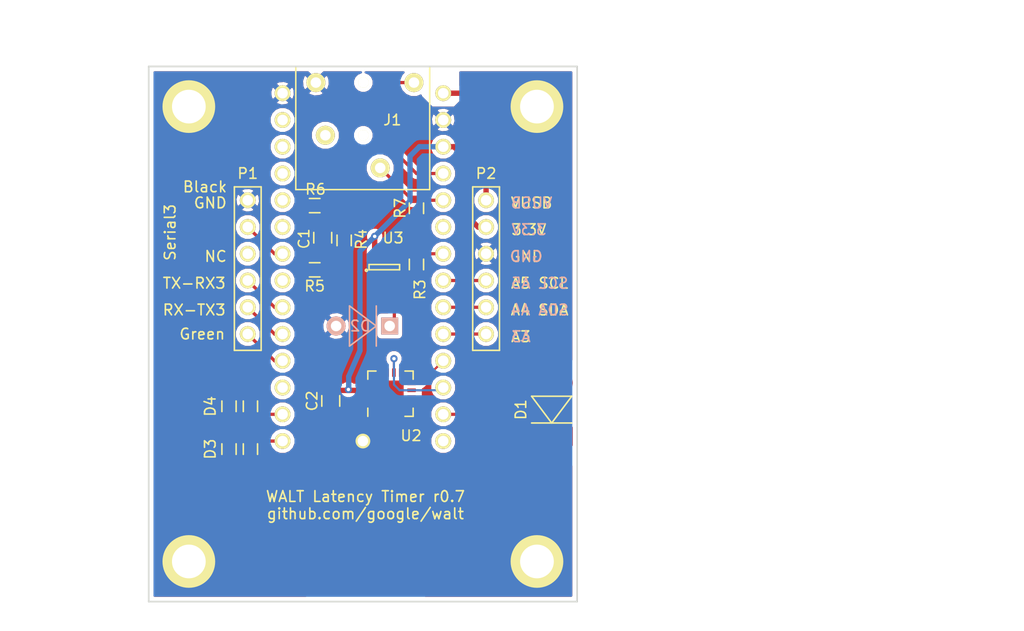
<source format=kicad_pcb>
(kicad_pcb (version 4) (host pcbnew 4.0.2+e4-6225~38~ubuntu14.04.1-stable)

  (general
    (links 59)
    (no_connects 1)
    (area 65.963799 83.743799 106.756201 134.696201)
    (thickness 1.6)
    (drawings 24)
    (tracks 112)
    (zones 0)
    (modules 25)
    (nets 43)
  )

  (page USLetter)
  (layers
    (0 F.Cu signal)
    (31 B.Cu signal)
    (32 B.Adhes user)
    (33 F.Adhes user)
    (34 B.Paste user)
    (35 F.Paste user)
    (36 B.SilkS user)
    (37 F.SilkS user)
    (38 B.Mask user)
    (39 F.Mask user)
    (40 Dwgs.User user)
    (41 Cmts.User user)
    (42 Eco1.User user)
    (43 Eco2.User user)
    (44 Edge.Cuts user)
    (45 Margin user)
    (46 B.CrtYd user)
    (47 F.CrtYd user)
    (48 B.Fab user)
    (49 F.Fab user)
  )

  (setup
    (last_trace_width 0.2032)
    (user_trace_width 0.1524)
    (user_trace_width 0.2032)
    (user_trace_width 0.3048)
    (user_trace_width 0.508)
    (trace_clearance 0.254)
    (zone_clearance 0.381)
    (zone_45_only yes)
    (trace_min 0.1524)
    (segment_width 0.1524)
    (edge_width 0.1524)
    (via_size 0.6858)
    (via_drill 0.3302)
    (via_min_size 0.6858)
    (via_min_drill 0.3302)
    (uvia_size 0.508)
    (uvia_drill 0.127)
    (uvias_allowed no)
    (uvia_min_size 0.508)
    (uvia_min_drill 0.127)
    (pcb_text_width 0.1524)
    (pcb_text_size 1.016 1.016)
    (mod_edge_width 0.07)
    (mod_text_size 0.5 0.5)
    (mod_text_width 0.07)
    (pad_size 5.08 10.16)
    (pad_drill 0)
    (pad_to_mask_clearance 0.05)
    (pad_to_paste_clearance -0.04)
    (aux_axis_origin 0 0)
    (visible_elements 7FFFFFFF)
    (pcbplotparams
      (layerselection 0x010f0_80000001)
      (usegerberextensions true)
      (usegerberattributes true)
      (excludeedgelayer true)
      (linewidth 0.127000)
      (plotframeref false)
      (viasonmask false)
      (mode 1)
      (useauxorigin false)
      (hpglpennumber 1)
      (hpglpenspeed 20)
      (hpglpendiameter 15)
      (hpglpenoverlay 2)
      (psnegative false)
      (psa4output false)
      (plotreference true)
      (plotvalue true)
      (plotinvisibletext false)
      (padsonsilk false)
      (subtractmaskfromsilk false)
      (outputformat 1)
      (mirror false)
      (drillshape 0)
      (scaleselection 1)
      (outputdirectory gerbers/))
  )

  (net 0 "")
  (net 1 "Net-(C1-Pad1)")
  (net 2 "Net-(C1-Pad2)")
  (net 3 /DEBUG_LED2)
  (net 4 /DEBUG_LED1)
  (net 5 GND)
  (net 6 /AUDIO_PIN)
  (net 7 /SERIAL_CTS)
  (net 8 /SERIAL_TX)
  (net 9 /SERIAL_RX)
  (net 10 "Net-(P1-Pad4)")
  (net 11 /SERIAL_RTS)
  (net 12 /GPIO_A3)
  (net 13 /GPIO_A4)
  (net 14 /GPIO_A5)
  (net 15 +3V3)
  (net 16 /VUSB_5V)
  (net 17 /PD_SCREEN_PIN)
  (net 18 /MIC_PIN)
  (net 19 "Net-(U1-Pad6)")
  (net 20 /GXY_PIN)
  (net 21 /GZ_PIN)
  (net 22 "Net-(U1-Pad23)")
  (net 23 "Net-(U2-Pad1)")
  (net 24 "Net-(U2-Pad2)")
  (net 25 "Net-(U2-Pad4)")
  (net 26 "Net-(U2-Pad9)")
  (net 27 "Net-(U2-Pad11)")
  (net 28 "Net-(U2-Pad13)")
  (net 29 "Net-(U2-Pad16)")
  (net 30 "Net-(J1-Pad2)")
  (net 31 "Net-(D1-Pad1)")
  (net 32 "Net-(D2-Pad1)")
  (net 33 "Net-(D3-Pad2)")
  (net 34 "Net-(D4-Pad2)")
  (net 35 "Net-(U1-Pad2)")
  (net 36 "Net-(U1-Pad3)")
  (net 37 "Net-(U1-Pad4)")
  (net 38 "Net-(U1-Pad5)")
  (net 39 "Net-(U1-Pad8)")
  (net 40 "Net-(U1-Pad12)")
  (net 41 "Net-(U1-Pad15)")
  (net 42 "Net-(U2-Pad12)")

  (net_class Default "This is the default net class."
    (clearance 0.254)
    (trace_width 0.254)
    (via_dia 0.6858)
    (via_drill 0.3302)
    (uvia_dia 0.508)
    (uvia_drill 0.127)
    (add_net +3V3)
    (add_net /AUDIO_PIN)
    (add_net /DEBUG_LED1)
    (add_net /DEBUG_LED2)
    (add_net /GPIO_A3)
    (add_net /GPIO_A4)
    (add_net /GPIO_A5)
    (add_net /GXY_PIN)
    (add_net /GZ_PIN)
    (add_net /MIC_PIN)
    (add_net /PD_SCREEN_PIN)
    (add_net /SERIAL_CTS)
    (add_net /SERIAL_RTS)
    (add_net /SERIAL_RX)
    (add_net /SERIAL_TX)
    (add_net /VUSB_5V)
    (add_net GND)
    (add_net "Net-(C1-Pad1)")
    (add_net "Net-(C1-Pad2)")
    (add_net "Net-(D1-Pad1)")
    (add_net "Net-(D2-Pad1)")
    (add_net "Net-(D3-Pad2)")
    (add_net "Net-(D4-Pad2)")
    (add_net "Net-(J1-Pad2)")
    (add_net "Net-(P1-Pad4)")
    (add_net "Net-(U1-Pad12)")
    (add_net "Net-(U1-Pad15)")
    (add_net "Net-(U1-Pad2)")
    (add_net "Net-(U1-Pad23)")
    (add_net "Net-(U1-Pad3)")
    (add_net "Net-(U1-Pad4)")
    (add_net "Net-(U1-Pad5)")
    (add_net "Net-(U1-Pad6)")
    (add_net "Net-(U1-Pad8)")
    (add_net "Net-(U2-Pad1)")
    (add_net "Net-(U2-Pad11)")
    (add_net "Net-(U2-Pad12)")
    (add_net "Net-(U2-Pad13)")
    (add_net "Net-(U2-Pad16)")
    (add_net "Net-(U2-Pad2)")
    (add_net "Net-(U2-Pad4)")
    (add_net "Net-(U2-Pad9)")
  )

  (net_class Minimal ""
    (clearance 0.1524)
    (trace_width 0.1524)
    (via_dia 0.6858)
    (via_drill 0.3302)
    (uvia_dia 0.508)
    (uvia_drill 0.127)
  )

  (module walt_footprints:R_0603_pad07mm_long (layer F.Cu) (tedit 57B60F33) (tstamp 576617B3)
    (at 73.66 116.078 90)
    (descr "Resistor SMD 0603, reflow soldering, Vishay (see dcrcw.pdf)")
    (tags "resistor 0603")
    (path /57646D13)
    (attr smd)
    (fp_text reference D4 (at 0 -1.778 90) (layer F.SilkS)
      (effects (font (size 1 1) (thickness 0.15)))
    )
    (fp_text value LED (at -0.01778 1.23444 90) (layer F.Fab)
      (effects (font (size 0.5 0.5) (thickness 0.07)))
    )
    (fp_line (start -1.3 -0.8) (end 1.3 -0.8) (layer F.CrtYd) (width 0.05))
    (fp_line (start -1.3 0.8) (end 1.3 0.8) (layer F.CrtYd) (width 0.05))
    (fp_line (start -1.3 -0.8) (end -1.3 0.8) (layer F.CrtYd) (width 0.05))
    (fp_line (start 1.3 -0.8) (end 1.3 0.8) (layer F.CrtYd) (width 0.05))
    (fp_line (start 0.5 0.675) (end -0.5 0.675) (layer F.SilkS) (width 0.15))
    (fp_line (start -0.5 -0.675) (end 0.5 -0.675) (layer F.SilkS) (width 0.15))
    (pad 1 smd rect (at -0.85 0 90) (size 0.7 0.9) (layers F.Cu F.Paste F.Mask)
      (net 5 GND))
    (pad 2 smd rect (at 0.85 0 90) (size 0.7 0.9) (layers F.Cu F.Paste F.Mask)
      (net 34 "Net-(D4-Pad2)"))
    (model Resistors_SMD.3dshapes/R_0603.wrl
      (at (xyz 0 0 0))
      (scale (xyz 1 1 1))
      (rotate (xyz 0 0 0))
    )
  )

  (module walt_footprints:R_0603_pad07mm_long (layer F.Cu) (tedit 57B60F2D) (tstamp 576617AD)
    (at 73.66 120.142 270)
    (descr "Resistor SMD 0603, reflow soldering, Vishay (see dcrcw.pdf)")
    (tags "resistor 0603")
    (path /57646CD9)
    (attr smd)
    (fp_text reference D3 (at 0 1.778 270) (layer F.SilkS)
      (effects (font (size 1 1) (thickness 0.15)))
    )
    (fp_text value LED (at -0.01778 1.23444 270) (layer F.Fab)
      (effects (font (size 0.5 0.5) (thickness 0.07)))
    )
    (fp_line (start -1.3 -0.8) (end 1.3 -0.8) (layer F.CrtYd) (width 0.05))
    (fp_line (start -1.3 0.8) (end 1.3 0.8) (layer F.CrtYd) (width 0.05))
    (fp_line (start -1.3 -0.8) (end -1.3 0.8) (layer F.CrtYd) (width 0.05))
    (fp_line (start 1.3 -0.8) (end 1.3 0.8) (layer F.CrtYd) (width 0.05))
    (fp_line (start 0.5 0.675) (end -0.5 0.675) (layer F.SilkS) (width 0.15))
    (fp_line (start -0.5 -0.675) (end 0.5 -0.675) (layer F.SilkS) (width 0.15))
    (pad 1 smd rect (at -0.85 0 270) (size 0.7 0.9) (layers F.Cu F.Paste F.Mask)
      (net 5 GND))
    (pad 2 smd rect (at 0.85 0 270) (size 0.7 0.9) (layers F.Cu F.Paste F.Mask)
      (net 33 "Net-(D3-Pad2)"))
    (model Resistors_SMD.3dshapes/R_0603.wrl
      (at (xyz 0 0 0))
      (scale (xyz 1 1 1))
      (rotate (xyz 0 0 0))
    )
  )

  (module walt_footprints:R_0603_pad07mm_long (layer F.Cu) (tedit 57B60ECD) (tstamp 576617FB)
    (at 91.44 97.282 90)
    (descr "Resistor SMD 0603, reflow soldering, Vishay (see dcrcw.pdf)")
    (tags "resistor 0603")
    (path /57649565)
    (attr smd)
    (fp_text reference R7 (at 0 -1.5494 90) (layer F.SilkS)
      (effects (font (size 1 1) (thickness 0.15)))
    )
    (fp_text value 100 (at -0.01778 1.23444 90) (layer F.Fab)
      (effects (font (size 0.5 0.5) (thickness 0.07)))
    )
    (fp_line (start -1.3 -0.8) (end 1.3 -0.8) (layer F.CrtYd) (width 0.05))
    (fp_line (start -1.3 0.8) (end 1.3 0.8) (layer F.CrtYd) (width 0.05))
    (fp_line (start -1.3 -0.8) (end -1.3 0.8) (layer F.CrtYd) (width 0.05))
    (fp_line (start 1.3 -0.8) (end 1.3 0.8) (layer F.CrtYd) (width 0.05))
    (fp_line (start 0.5 0.675) (end -0.5 0.675) (layer F.SilkS) (width 0.15))
    (fp_line (start -0.5 -0.675) (end 0.5 -0.675) (layer F.SilkS) (width 0.15))
    (pad 1 smd rect (at -0.85 0 90) (size 0.7 0.9) (layers F.Cu F.Paste F.Mask)
      (net 5 GND))
    (pad 2 smd rect (at 0.85 0 90) (size 0.7 0.9) (layers F.Cu F.Paste F.Mask)
      (net 6 /AUDIO_PIN))
    (model Resistors_SMD.3dshapes/R_0603.wrl
      (at (xyz 0 0 0))
      (scale (xyz 1 1 1))
      (rotate (xyz 0 0 0))
    )
  )

  (module walt_footprints:R_0603_pad07mm_long (layer F.Cu) (tedit 57B612C8) (tstamp 576617F5)
    (at 81.788 97.028)
    (descr "Resistor SMD 0603, reflow soldering, Vishay (see dcrcw.pdf)")
    (tags "resistor 0603")
    (path /5764991F)
    (attr smd)
    (fp_text reference R6 (at 0.0762 -1.5494) (layer F.SilkS)
      (effects (font (size 1 1) (thickness 0.15)))
    )
    (fp_text value 1k (at 0 0) (layer F.Fab)
      (effects (font (size 0.5 0.5) (thickness 0.07)))
    )
    (fp_line (start -1.3 -0.8) (end 1.3 -0.8) (layer F.CrtYd) (width 0.05))
    (fp_line (start -1.3 0.8) (end 1.3 0.8) (layer F.CrtYd) (width 0.05))
    (fp_line (start -1.3 -0.8) (end -1.3 0.8) (layer F.CrtYd) (width 0.05))
    (fp_line (start 1.3 -0.8) (end 1.3 0.8) (layer F.CrtYd) (width 0.05))
    (fp_line (start 0.5 0.675) (end -0.5 0.675) (layer F.SilkS) (width 0.15))
    (fp_line (start -0.5 -0.675) (end 0.5 -0.675) (layer F.SilkS) (width 0.15))
    (pad 1 smd rect (at -0.85 0) (size 0.7 0.9) (layers F.Cu F.Paste F.Mask)
      (net 5 GND))
    (pad 2 smd rect (at 0.85 0) (size 0.7 0.9) (layers F.Cu F.Paste F.Mask)
      (net 1 "Net-(C1-Pad1)"))
    (model Resistors_SMD.3dshapes/R_0603.wrl
      (at (xyz 0 0 0))
      (scale (xyz 1 1 1))
      (rotate (xyz 0 0 0))
    )
  )

  (module walt_footprints:R_0603_pad07mm_long (layer F.Cu) (tedit 57B612CE) (tstamp 576617EF)
    (at 81.788 103.124)
    (descr "Resistor SMD 0603, reflow soldering, Vishay (see dcrcw.pdf)")
    (tags "resistor 0603")
    (path /576498E4)
    (attr smd)
    (fp_text reference R5 (at 0 1.5494) (layer F.SilkS)
      (effects (font (size 1 1) (thickness 0.15)))
    )
    (fp_text value 100 (at 0 0) (layer F.Fab)
      (effects (font (size 0.5 0.5) (thickness 0.07)))
    )
    (fp_line (start -1.3 -0.8) (end 1.3 -0.8) (layer F.CrtYd) (width 0.05))
    (fp_line (start -1.3 0.8) (end 1.3 0.8) (layer F.CrtYd) (width 0.05))
    (fp_line (start -1.3 -0.8) (end -1.3 0.8) (layer F.CrtYd) (width 0.05))
    (fp_line (start 1.3 -0.8) (end 1.3 0.8) (layer F.CrtYd) (width 0.05))
    (fp_line (start 0.5 0.675) (end -0.5 0.675) (layer F.SilkS) (width 0.15))
    (fp_line (start -0.5 -0.675) (end 0.5 -0.675) (layer F.SilkS) (width 0.15))
    (pad 1 smd rect (at -0.85 0) (size 0.7 0.9) (layers F.Cu F.Paste F.Mask)
      (net 5 GND))
    (pad 2 smd rect (at 0.85 0) (size 0.7 0.9) (layers F.Cu F.Paste F.Mask)
      (net 2 "Net-(C1-Pad2)"))
    (model Resistors_SMD.3dshapes/R_0603.wrl
      (at (xyz 0 0 0))
      (scale (xyz 1 1 1))
      (rotate (xyz 0 0 0))
    )
  )

  (module walt_footprints:R_0603_pad07mm_long (layer F.Cu) (tedit 57B612C2) (tstamp 576617E9)
    (at 84.582 100.33 270)
    (descr "Resistor SMD 0603, reflow soldering, Vishay (see dcrcw.pdf)")
    (tags "resistor 0603")
    (path /576498AB)
    (attr smd)
    (fp_text reference R4 (at -0.1016 -1.6256 270) (layer F.SilkS)
      (effects (font (size 1 1) (thickness 0.15)))
    )
    (fp_text value 3,3k (at 0 0 270) (layer F.Fab)
      (effects (font (size 0.5 0.5) (thickness 0.07)))
    )
    (fp_line (start -1.3 -0.8) (end 1.3 -0.8) (layer F.CrtYd) (width 0.05))
    (fp_line (start -1.3 0.8) (end 1.3 0.8) (layer F.CrtYd) (width 0.05))
    (fp_line (start -1.3 -0.8) (end -1.3 0.8) (layer F.CrtYd) (width 0.05))
    (fp_line (start 1.3 -0.8) (end 1.3 0.8) (layer F.CrtYd) (width 0.05))
    (fp_line (start 0.5 0.675) (end -0.5 0.675) (layer F.SilkS) (width 0.15))
    (fp_line (start -0.5 -0.675) (end 0.5 -0.675) (layer F.SilkS) (width 0.15))
    (pad 1 smd rect (at -0.85 0 270) (size 0.7 0.9) (layers F.Cu F.Paste F.Mask)
      (net 18 /MIC_PIN))
    (pad 2 smd rect (at 0.85 0 270) (size 0.7 0.9) (layers F.Cu F.Paste F.Mask)
      (net 2 "Net-(C1-Pad2)"))
    (model Resistors_SMD.3dshapes/R_0603.wrl
      (at (xyz 0 0 0))
      (scale (xyz 1 1 1))
      (rotate (xyz 0 0 0))
    )
  )

  (module walt_footprints:R_0603_pad07mm_long (layer F.Cu) (tedit 57B60E47) (tstamp 576617E3)
    (at 91.44 102.616 90)
    (descr "Resistor SMD 0603, reflow soldering, Vishay (see dcrcw.pdf)")
    (tags "resistor 0603")
    (path /57648608)
    (attr smd)
    (fp_text reference R3 (at -2.3876 0.3302 90) (layer F.SilkS)
      (effects (font (size 1 1) (thickness 0.15)))
    )
    (fp_text value 510k (at -0.01778 1.23444 90) (layer F.Fab)
      (effects (font (size 0.5 0.5) (thickness 0.07)))
    )
    (fp_line (start -1.3 -0.8) (end 1.3 -0.8) (layer F.CrtYd) (width 0.05))
    (fp_line (start -1.3 0.8) (end 1.3 0.8) (layer F.CrtYd) (width 0.05))
    (fp_line (start -1.3 -0.8) (end -1.3 0.8) (layer F.CrtYd) (width 0.05))
    (fp_line (start 1.3 -0.8) (end 1.3 0.8) (layer F.CrtYd) (width 0.05))
    (fp_line (start 0.5 0.675) (end -0.5 0.675) (layer F.SilkS) (width 0.15))
    (fp_line (start -0.5 -0.675) (end 0.5 -0.675) (layer F.SilkS) (width 0.15))
    (pad 1 smd rect (at -0.85 0 90) (size 0.7 0.9) (layers F.Cu F.Paste F.Mask)
      (net 32 "Net-(D2-Pad1)"))
    (pad 2 smd rect (at 0.85 0 90) (size 0.7 0.9) (layers F.Cu F.Paste F.Mask)
      (net 17 /PD_SCREEN_PIN))
    (model Resistors_SMD.3dshapes/R_0603.wrl
      (at (xyz 0 0 0))
      (scale (xyz 1 1 1))
      (rotate (xyz 0 0 0))
    )
  )

  (module walt_footprints:R_0603_pad07mm_long (layer F.Cu) (tedit 578562C6) (tstamp 576617DD)
    (at 75.692 116.078 90)
    (descr "Resistor SMD 0603, reflow soldering, Vishay (see dcrcw.pdf)")
    (tags "resistor 0603")
    (path /57646C37)
    (attr smd)
    (fp_text reference R2 (at 2.54 0 90) (layer F.SilkS) hide
      (effects (font (size 1 1) (thickness 0.15)))
    )
    (fp_text value 330 (at -0.01778 1.23444 90) (layer F.Fab)
      (effects (font (size 0.5 0.5) (thickness 0.07)))
    )
    (fp_line (start -1.3 -0.8) (end 1.3 -0.8) (layer F.CrtYd) (width 0.05))
    (fp_line (start -1.3 0.8) (end 1.3 0.8) (layer F.CrtYd) (width 0.05))
    (fp_line (start -1.3 -0.8) (end -1.3 0.8) (layer F.CrtYd) (width 0.05))
    (fp_line (start 1.3 -0.8) (end 1.3 0.8) (layer F.CrtYd) (width 0.05))
    (fp_line (start 0.5 0.675) (end -0.5 0.675) (layer F.SilkS) (width 0.15))
    (fp_line (start -0.5 -0.675) (end 0.5 -0.675) (layer F.SilkS) (width 0.15))
    (pad 1 smd rect (at -0.85 0 90) (size 0.7 0.9) (layers F.Cu F.Paste F.Mask)
      (net 4 /DEBUG_LED1))
    (pad 2 smd rect (at 0.85 0 90) (size 0.7 0.9) (layers F.Cu F.Paste F.Mask)
      (net 34 "Net-(D4-Pad2)"))
    (model Resistors_SMD.3dshapes/R_0603.wrl
      (at (xyz 0 0 0))
      (scale (xyz 1 1 1))
      (rotate (xyz 0 0 0))
    )
  )

  (module walt_footprints:R_0603_pad07mm_long (layer F.Cu) (tedit 578562CD) (tstamp 576617D7)
    (at 75.692 120.142 270)
    (descr "Resistor SMD 0603, reflow soldering, Vishay (see dcrcw.pdf)")
    (tags "resistor 0603")
    (path /57646BD5)
    (attr smd)
    (fp_text reference R1 (at 2.54 0 270) (layer F.SilkS) hide
      (effects (font (size 1 1) (thickness 0.15)))
    )
    (fp_text value 330 (at -0.01778 1.23444 270) (layer F.Fab)
      (effects (font (size 0.5 0.5) (thickness 0.07)))
    )
    (fp_line (start -1.3 -0.8) (end 1.3 -0.8) (layer F.CrtYd) (width 0.05))
    (fp_line (start -1.3 0.8) (end 1.3 0.8) (layer F.CrtYd) (width 0.05))
    (fp_line (start -1.3 -0.8) (end -1.3 0.8) (layer F.CrtYd) (width 0.05))
    (fp_line (start 1.3 -0.8) (end 1.3 0.8) (layer F.CrtYd) (width 0.05))
    (fp_line (start 0.5 0.675) (end -0.5 0.675) (layer F.SilkS) (width 0.15))
    (fp_line (start -0.5 -0.675) (end 0.5 -0.675) (layer F.SilkS) (width 0.15))
    (pad 1 smd rect (at -0.85 0 270) (size 0.7 0.9) (layers F.Cu F.Paste F.Mask)
      (net 3 /DEBUG_LED2))
    (pad 2 smd rect (at 0.85 0 270) (size 0.7 0.9) (layers F.Cu F.Paste F.Mask)
      (net 33 "Net-(D3-Pad2)"))
    (model Resistors_SMD.3dshapes/R_0603.wrl
      (at (xyz 0 0 0))
      (scale (xyz 1 1 1))
      (rotate (xyz 0 0 0))
    )
  )

  (module walt_footprints:Teensy_DIP-28_W15.24mm (layer F.Cu) (tedit 57683B97) (tstamp 57681E98)
    (at 78.74 86.36)
    (descr "28-lead dip package, row spacing 15.24 mm (600 mils)")
    (tags "dil dip 2.54 600")
    (path /576468C7)
    (fp_text reference U1 (at 0 -5.22) (layer F.SilkS) hide
      (effects (font (size 1 1) (thickness 0.15)))
    )
    (fp_text value TeensyLC_with_headers (at 21.082 -8.001) (layer F.Fab)
      (effects (font (size 1 1) (thickness 0.15)))
    )
    (fp_line (start -1.05 -2.45) (end -1.05 35.5) (layer F.CrtYd) (width 0.05))
    (fp_line (start 16.3 -2.45) (end 16.3 35.5) (layer F.CrtYd) (width 0.05))
    (fp_line (start -1.05 -2.45) (end 16.3 -2.45) (layer F.CrtYd) (width 0.05))
    (fp_line (start -1.05 35.5) (end 16.3 35.5) (layer F.CrtYd) (width 0.05))
    (pad 1 thru_hole circle (at 0 0) (size 1.5 1.5) (drill 1) (layers *.Cu *.Mask F.SilkS)
      (net 5 GND) (zone_connect 1) (thermal_width 0.508) (thermal_gap 0.3048))
    (pad 2 thru_hole circle (at 0 2.54) (size 1.5 1.5) (drill 1) (layers *.Cu *.Mask F.SilkS)
      (net 35 "Net-(U1-Pad2)"))
    (pad 3 thru_hole circle (at 0 5.08) (size 1.5 1.5) (drill 1) (layers *.Cu *.Mask F.SilkS)
      (net 36 "Net-(U1-Pad3)"))
    (pad 4 thru_hole circle (at 0 7.62) (size 1.5 1.5) (drill 1) (layers *.Cu *.Mask F.SilkS)
      (net 37 "Net-(U1-Pad4)"))
    (pad 5 thru_hole circle (at 0 10.16) (size 1.5 1.5) (drill 1) (layers *.Cu *.Mask F.SilkS)
      (net 38 "Net-(U1-Pad5)"))
    (pad 6 thru_hole circle (at 0 12.7) (size 1.5 1.5) (drill 1) (layers *.Cu *.Mask F.SilkS)
      (net 19 "Net-(U1-Pad6)"))
    (pad 7 thru_hole circle (at 0 15.24) (size 1.5 1.5) (drill 1) (layers *.Cu *.Mask F.SilkS)
      (net 11 /SERIAL_RTS))
    (pad 8 thru_hole circle (at 0 17.78) (size 1.5 1.5) (drill 1) (layers *.Cu *.Mask F.SilkS)
      (net 39 "Net-(U1-Pad8)"))
    (pad 9 thru_hole circle (at 0 20.32) (size 1.5 1.5) (drill 1) (layers *.Cu *.Mask F.SilkS)
      (net 9 /SERIAL_RX))
    (pad 10 thru_hole circle (at 0 22.86) (size 1.5 1.5) (drill 1) (layers *.Cu *.Mask F.SilkS)
      (net 8 /SERIAL_TX))
    (pad 11 thru_hole circle (at 0 25.4) (size 1.5 1.5) (drill 1) (layers *.Cu *.Mask F.SilkS)
      (net 7 /SERIAL_CTS))
    (pad 12 thru_hole circle (at 0 27.94) (size 1.5 1.5) (drill 1) (layers *.Cu *.Mask F.SilkS)
      (net 40 "Net-(U1-Pad12)"))
    (pad 13 thru_hole circle (at 0 30.48) (size 1.5 1.5) (drill 1) (layers *.Cu *.Mask F.SilkS)
      (net 4 /DEBUG_LED1))
    (pad 14 thru_hole circle (at 0 33.02) (size 1.5 1.5) (drill 1) (layers *.Cu *.Mask F.SilkS)
      (net 3 /DEBUG_LED2))
    (pad 15 thru_hole circle (at 15.24 33.02) (size 1.5 1.5) (drill 1) (layers *.Cu *.Mask F.SilkS)
      (net 41 "Net-(U1-Pad15)"))
    (pad 16 thru_hole circle (at 15.24 30.48) (size 1.5 1.5) (drill 1) (layers *.Cu *.Mask F.SilkS)
      (net 31 "Net-(D1-Pad1)"))
    (pad 17 thru_hole circle (at 15.24 27.94) (size 1.5 1.5) (drill 1) (layers *.Cu *.Mask F.SilkS)
      (net 20 /GXY_PIN))
    (pad 18 thru_hole circle (at 15.24 25.4) (size 1.5 1.5) (drill 1) (layers *.Cu *.Mask F.SilkS)
      (net 21 /GZ_PIN))
    (pad 19 thru_hole circle (at 15.24 22.86) (size 1.5 1.5) (drill 1) (layers *.Cu *.Mask F.SilkS)
      (net 12 /GPIO_A3))
    (pad 20 thru_hole circle (at 15.24 20.32) (size 1.5 1.5) (drill 1) (layers *.Cu *.Mask F.SilkS)
      (net 13 /GPIO_A4))
    (pad 21 thru_hole circle (at 15.24 17.78) (size 1.5 1.5) (drill 1) (layers *.Cu *.Mask F.SilkS)
      (net 14 /GPIO_A5))
    (pad 22 thru_hole circle (at 15.24 15.24) (size 1.5 1.5) (drill 1) (layers *.Cu *.Mask F.SilkS)
      (net 17 /PD_SCREEN_PIN))
    (pad 23 thru_hole circle (at 15.24 12.7) (size 1.5 1.5) (drill 1) (layers *.Cu *.Mask F.SilkS)
      (net 22 "Net-(U1-Pad23)"))
    (pad 24 thru_hole circle (at 15.24 10.16) (size 1.5 1.5) (drill 1) (layers *.Cu *.Mask F.SilkS)
      (net 6 /AUDIO_PIN))
    (pad 25 thru_hole circle (at 15.24 7.62) (size 1.5 1.5) (drill 1) (layers *.Cu *.Mask F.SilkS)
      (net 18 /MIC_PIN))
    (pad 26 thru_hole circle (at 15.24 5.08) (size 1.5 1.5) (drill 1) (layers *.Cu *.Mask F.SilkS)
      (net 15 +3V3))
    (pad 27 thru_hole circle (at 15.24 2.54) (size 1.5 1.5) (drill 1) (layers *.Cu *.Mask F.SilkS)
      (net 5 GND) (zone_connect 1) (thermal_width 0.508) (thermal_gap 0.3048))
    (pad 28 thru_hole circle (at 15.24 0) (size 1.5 1.5) (drill 1) (layers *.Cu *.Mask F.SilkS)
      (net 16 /VUSB_5V))
    (model Housings_DIP.3dshapes/DIP-28_W15.24mm.wrl
      (at (xyz 0 0 0))
      (scale (xyz 1 1 1))
      (rotate (xyz 0 0 0))
    )
  )

  (module Housings_DFN_QFN:QFN-16-1EP_4x4mm_Pitch0.65mm (layer F.Cu) (tedit 57B60F7A) (tstamp 57661833)
    (at 88.9762 114.8842 90)
    (descr "16-Lead Plastic Quad Flat, No Lead Package (ML) - 4x4x0.9 mm Body [QFN]; (see Microchip Packaging Specification 00000049BS.pdf)")
    (tags "QFN 0.65")
    (path /57647D5A)
    (attr smd)
    (fp_text reference U2 (at -3.9878 1.9558 180) (layer F.SilkS)
      (effects (font (size 1 1) (thickness 0.15)))
    )
    (fp_text value ADXL335 (at 0 3.4 90) (layer F.Fab)
      (effects (font (size 0.5 0.5) (thickness 0.07)))
    )
    (fp_line (start -2.65 -2.65) (end -2.65 2.65) (layer F.CrtYd) (width 0.05))
    (fp_line (start 2.65 -2.65) (end 2.65 2.65) (layer F.CrtYd) (width 0.05))
    (fp_line (start -2.65 -2.65) (end 2.65 -2.65) (layer F.CrtYd) (width 0.05))
    (fp_line (start -2.65 2.65) (end 2.65 2.65) (layer F.CrtYd) (width 0.05))
    (fp_line (start 2.15 -2.15) (end 2.15 -1.375) (layer F.SilkS) (width 0.15))
    (fp_line (start -2.15 2.15) (end -2.15 1.375) (layer F.SilkS) (width 0.15))
    (fp_line (start 2.15 2.15) (end 2.15 1.375) (layer F.SilkS) (width 0.15))
    (fp_line (start -2.15 -2.15) (end -1.375 -2.15) (layer F.SilkS) (width 0.15))
    (fp_line (start -2.15 2.15) (end -1.375 2.15) (layer F.SilkS) (width 0.15))
    (fp_line (start 2.15 2.15) (end 1.375 2.15) (layer F.SilkS) (width 0.15))
    (fp_line (start 2.15 -2.15) (end 1.375 -2.15) (layer F.SilkS) (width 0.15))
    (pad 1 smd rect (at -2 -0.975 90) (size 0.8 0.35) (layers F.Cu F.Paste F.Mask)
      (net 23 "Net-(U2-Pad1)"))
    (pad 2 smd rect (at -2 -0.325 90) (size 0.8 0.35) (layers F.Cu F.Paste F.Mask)
      (net 24 "Net-(U2-Pad2)"))
    (pad 3 smd rect (at -2 0.325 90) (size 0.8 0.35) (layers F.Cu F.Paste F.Mask)
      (net 5 GND))
    (pad 4 smd rect (at -2 0.975 90) (size 0.8 0.35) (layers F.Cu F.Paste F.Mask)
      (net 25 "Net-(U2-Pad4)"))
    (pad 5 smd rect (at -0.975 2 180) (size 0.8 0.35) (layers F.Cu F.Paste F.Mask)
      (net 5 GND))
    (pad 6 smd rect (at -0.325 2 180) (size 0.8 0.35) (layers F.Cu F.Paste F.Mask)
      (net 5 GND))
    (pad 7 smd rect (at 0.325 2 180) (size 0.8 0.35) (layers F.Cu F.Paste F.Mask)
      (net 5 GND))
    (pad 8 smd rect (at 0.975 2 180) (size 0.8 0.35) (layers F.Cu F.Paste F.Mask)
      (net 21 /GZ_PIN))
    (pad 9 smd rect (at 2 0.975 90) (size 0.8 0.35) (layers F.Cu F.Paste F.Mask)
      (net 26 "Net-(U2-Pad9)"))
    (pad 10 smd rect (at 2 0.325 90) (size 0.8 0.35) (layers F.Cu F.Paste F.Mask)
      (net 20 /GXY_PIN))
    (pad 11 smd rect (at 2 -0.325 90) (size 0.8 0.35) (layers F.Cu F.Paste F.Mask)
      (net 27 "Net-(U2-Pad11)"))
    (pad 12 smd rect (at 2 -0.975 90) (size 0.8 0.35) (layers F.Cu F.Paste F.Mask)
      (net 42 "Net-(U2-Pad12)"))
    (pad 13 smd rect (at 0.975 -2 180) (size 0.8 0.35) (layers F.Cu F.Paste F.Mask)
      (net 28 "Net-(U2-Pad13)"))
    (pad 14 smd rect (at 0.325 -2 180) (size 0.8 0.35) (layers F.Cu F.Paste F.Mask)
      (net 15 +3V3))
    (pad 15 smd rect (at -0.325 -2 180) (size 0.8 0.35) (layers F.Cu F.Paste F.Mask)
      (net 15 +3V3))
    (pad 16 smd rect (at -0.975 -2 180) (size 0.8 0.35) (layers F.Cu F.Paste F.Mask)
      (net 29 "Net-(U2-Pad16)"))
    (pad 17 smd rect (at 0.625 0.625 90) (size 1.25 1.25) (layers F.Cu F.Paste F.Mask)
      (net 5 GND) (solder_paste_margin_ratio -0.2))
    (pad 17 smd rect (at 0.625 -0.625 90) (size 1.25 1.25) (layers F.Cu F.Paste F.Mask)
      (net 5 GND) (solder_paste_margin_ratio -0.2))
    (pad 17 smd rect (at -0.625 0.625 90) (size 1.25 1.25) (layers F.Cu F.Paste F.Mask)
      (net 5 GND) (solder_paste_margin_ratio -0.2))
    (pad 17 smd rect (at -0.625 -0.625 90) (size 1.25 1.25) (layers F.Cu F.Paste F.Mask)
      (net 5 GND) (solder_paste_margin_ratio -0.2))
    (model Housings_DFN_QFN.3dshapes/QFN-16-1EP_4x4mm_Pitch0.65mm.wrl
      (at (xyz 0 0 0))
      (scale (xyz 1 1 1))
      (rotate (xyz 0 0 0))
    )
  )

  (module TO_SOT_Packages_SMD:SOT-23-5 (layer F.Cu) (tedit 57B60EC7) (tstamp 5766183C)
    (at 88.392 102.87 90)
    (descr "5-pin SOT23 package")
    (tags SOT-23-5)
    (path /576483C4)
    (attr smd)
    (fp_text reference U3 (at 2.7686 0.8382 180) (layer F.SilkS)
      (effects (font (size 1 1) (thickness 0.15)))
    )
    (fp_text value LM321MFX (at -0.5842 -2.0574 90) (layer F.Fab)
      (effects (font (size 0.5 0.5) (thickness 0.07)))
    )
    (fp_line (start -1.8 -1.6) (end 1.8 -1.6) (layer F.CrtYd) (width 0.05))
    (fp_line (start 1.8 -1.6) (end 1.8 1.6) (layer F.CrtYd) (width 0.05))
    (fp_line (start 1.8 1.6) (end -1.8 1.6) (layer F.CrtYd) (width 0.05))
    (fp_line (start -1.8 1.6) (end -1.8 -1.6) (layer F.CrtYd) (width 0.05))
    (fp_circle (center -0.3 -1.7) (end -0.2 -1.7) (layer F.SilkS) (width 0.15))
    (fp_line (start 0.25 -1.45) (end -0.25 -1.45) (layer F.SilkS) (width 0.15))
    (fp_line (start 0.25 1.45) (end 0.25 -1.45) (layer F.SilkS) (width 0.15))
    (fp_line (start -0.25 1.45) (end 0.25 1.45) (layer F.SilkS) (width 0.15))
    (fp_line (start -0.25 -1.45) (end -0.25 1.45) (layer F.SilkS) (width 0.15))
    (pad 1 smd rect (at -1.1 -0.95 90) (size 1.06 0.65) (layers F.Cu F.Paste F.Mask)
      (net 5 GND))
    (pad 2 smd rect (at -1.1 0 90) (size 1.06 0.65) (layers F.Cu F.Paste F.Mask)
      (net 5 GND))
    (pad 3 smd rect (at -1.1 0.95 90) (size 1.06 0.65) (layers F.Cu F.Paste F.Mask)
      (net 32 "Net-(D2-Pad1)"))
    (pad 4 smd rect (at 1.1 0.95 90) (size 1.06 0.65) (layers F.Cu F.Paste F.Mask)
      (net 17 /PD_SCREEN_PIN))
    (pad 5 smd rect (at 1.1 -0.95 90) (size 1.06 0.65) (layers F.Cu F.Paste F.Mask)
      (net 15 +3V3))
    (model TO_SOT_Packages_SMD.3dshapes/SOT-23-5.wrl
      (at (xyz 0 0 0))
      (scale (xyz 1 1 1))
      (rotate (xyz 0 0 0))
    )
  )

  (module walt_footprints:TRRS_SJ_43514 (layer F.Cu) (tedit 57683B26) (tstamp 576617BD)
    (at 81.9 85.35 270)
    (descr TRRS_SJ_43514)
    (tags "Audio TRRS")
    (path /5764949B)
    (fp_text reference J1 (at 3.55 -7.254 540) (layer F.SilkS)
      (effects (font (size 1 1) (thickness 0.15)))
    )
    (fp_text value JACK_TRRS (at -7.88 -3.19 360) (layer F.Fab) hide
      (effects (font (size 0.5 0.5) (thickness 0.07)))
    )
    (fp_line (start -2.9 1.905) (end -2.9 -10.795) (layer B.CrtYd) (width 0.15))
    (fp_line (start 10.16 -10.795) (end 10.16 1.905) (layer B.CrtYd) (width 0.15))
    (fp_line (start 10.16 1.905) (end -2.9 1.905) (layer B.CrtYd) (width 0.15))
    (fp_line (start -1.6 1.905) (end -1.6 -10.795) (layer B.CrtYd) (width 0.15))
    (fp_line (start -2.9 -10.795) (end 10.16 -10.795) (layer B.CrtYd) (width 0.15))
    (fp_line (start -1.6 -1.4) (end -5.1 -1.4) (layer B.CrtYd) (width 0.15))
    (fp_line (start -5.1 -1.4) (end -5.1 -7.55) (layer B.CrtYd) (width 0.15))
    (fp_line (start -5.1 -7.55) (end -1.6 -7.55) (layer B.CrtYd) (width 0.15))
    (fp_line (start -1.5 1.905) (end 10.16 1.905) (layer F.SilkS) (width 0.15))
    (fp_line (start 10.16 1.905) (end 10.16 -10.795) (layer F.SilkS) (width 0.15))
    (fp_line (start 10.16 -10.795) (end -1.5 -10.795) (layer F.SilkS) (width 0.15))
    (pad 4 thru_hole circle (at 0 0 270) (size 1.8 1.8) (drill 1) (layers *.Cu *.Mask F.SilkS)
      (net 5 GND) (zone_connect 1) (thermal_width 0.508) (thermal_gap 0.3048))
    (pad 2 thru_hole circle (at 5 -0.9 270) (size 1.8 1.8) (drill 1) (layers *.Cu *.Mask F.SilkS)
      (net 30 "Net-(J1-Pad2)"))
    (pad 1 thru_hole circle (at 0 -9.3 270) (size 1.8 1.8) (drill 1) (layers *.Cu *.Mask F.SilkS)
      (net 1 "Net-(C1-Pad1)"))
    (pad 3 thru_hole circle (at 8.1 -6.1 270) (size 1.8 1.8) (drill 1) (layers *.Cu *.Mask F.SilkS)
      (net 6 /AUDIO_PIN))
    (pad "" np_thru_hole circle (at 0 -4.5 270) (size 1 1) (drill 1) (layers *.Cu *.Mask F.SilkS))
    (pad "" np_thru_hole circle (at 5 -4.5 270) (size 1 1) (drill 1) (layers *.Cu *.Mask F.SilkS))
  )

  (module Mounting_Holes:MountingHole_3.2mm_M3 (layer F.Cu) (tedit 5766F70C) (tstamp 5766BA33)
    (at 69.85 87.63)
    (descr "Mounting Hole 3.2mm, no annular, M3")
    (tags "mounting hole 3.2mm no annular m3")
    (fp_text reference REF** (at -2.54 -7.62) (layer F.SilkS) hide
      (effects (font (size 1 1) (thickness 0.15)))
    )
    (fp_text value MountingHole_3.2mm_M3 (at -20.32 -1.524) (layer F.Fab) hide
      (effects (font (size 0.5 0.5) (thickness 0.07)))
    )
    (fp_circle (center 0 0) (end 3.2 0) (layer Cmts.User) (width 0.15))
    (fp_circle (center 0 0) (end 3.45 0) (layer F.CrtYd) (width 0.05))
    (pad 1 thru_hole circle (at 0 0) (size 5 5) (drill 3.2) (layers *.Cu *.Mask F.SilkS)
      (net 5 GND))
  )

  (module Mounting_Holes:MountingHole_3.2mm_M3 (layer F.Cu) (tedit 5766F71D) (tstamp 5766BA3A)
    (at 69.85 130.81)
    (descr "Mounting Hole 3.2mm, no annular, M3")
    (tags "mounting hole 3.2mm no annular m3")
    (fp_text reference REF** (at -13.97 -2.54) (layer F.SilkS) hide
      (effects (font (size 1 1) (thickness 0.15)))
    )
    (fp_text value MountingHole_3.2mm_M3 (at -6.858 28.702) (layer F.Fab) hide
      (effects (font (size 0.5 0.5) (thickness 0.07)))
    )
    (fp_circle (center 0 0) (end 3.2 0) (layer Cmts.User) (width 0.15))
    (fp_circle (center 0 0) (end 3.45 0) (layer F.CrtYd) (width 0.05))
    (pad 1 thru_hole circle (at 0 0) (size 5 5) (drill 3.2) (layers *.Cu *.Mask F.SilkS)
      (net 5 GND))
  )

  (module Mounting_Holes:MountingHole_3.2mm_M3 (layer F.Cu) (tedit 5766F721) (tstamp 5766BA41)
    (at 102.87 130.81)
    (descr "Mounting Hole 3.2mm, no annular, M3")
    (tags "mounting hole 3.2mm no annular m3")
    (fp_text reference REF** (at 12.7 -3.81) (layer F.SilkS) hide
      (effects (font (size 1 1) (thickness 0.15)))
    )
    (fp_text value MountingHole_3.2mm_M3 (at 12.7 29.21) (layer F.Fab) hide
      (effects (font (size 0.5 0.5) (thickness 0.07)))
    )
    (fp_circle (center 0 0) (end 3.2 0) (layer Cmts.User) (width 0.15))
    (fp_circle (center 0 0) (end 3.45 0) (layer F.CrtYd) (width 0.05))
    (pad 1 thru_hole circle (at 0 0) (size 5 5) (drill 3.2) (layers *.Cu *.Mask F.SilkS)
      (net 5 GND))
  )

  (module Mounting_Holes:MountingHole_3.2mm_M3 (layer F.Cu) (tedit 5766F725) (tstamp 5766BA91)
    (at 102.87 87.63)
    (descr "Mounting Hole 3.2mm, no annular, M3")
    (tags "mounting hole 3.2mm no annular m3")
    (fp_text reference REF** (at 8.89 -8.89) (layer F.SilkS) hide
      (effects (font (size 1 1) (thickness 0.15)))
    )
    (fp_text value MountingHole_3.2mm_M3 (at 17.78 -0.762) (layer F.Fab) hide
      (effects (font (size 1 1) (thickness 0.15)))
    )
    (fp_circle (center 0 0) (end 3.2 0) (layer Cmts.User) (width 0.15))
    (fp_circle (center 0 0) (end 3.45 0) (layer F.CrtYd) (width 0.05))
    (pad 1 thru_hole circle (at 0 0) (size 5 5) (drill 3.2) (layers *.Cu *.Mask F.SilkS)
      (net 5 GND))
  )

  (module Wire_Pads:SolderWirePad_single_SMD_5x10mm (layer F.Cu) (tedit 57855C33) (tstamp 5766BB40)
    (at 86.61654 131.43738 90)
    (descr "Wire Pad, Square, SMD Pad,  5mm x 10mm,")
    (tags "MesurementPoint Square SMDPad 5mmx10mm ")
    (attr smd)
    (fp_text reference REF** (at -13.335 0 90) (layer F.SilkS) hide
      (effects (font (size 1 1) (thickness 0.15)))
    )
    (fp_text value SolderWirePad_single_SMD_5x10mm (at -18.161 8.001 90) (layer F.Fab) hide
      (effects (font (size 0.5 0.5) (thickness 0.07)))
    )
    (fp_line (start 2.75 -5.25) (end -2.75 -5.25) (layer F.CrtYd) (width 0.05))
    (fp_line (start 2.75 5.25) (end 2.75 -5.25) (layer F.CrtYd) (width 0.05))
    (fp_line (start -2.75 5.25) (end 2.75 5.25) (layer F.CrtYd) (width 0.05))
    (fp_line (start -2.75 -5.25) (end -2.75 5.25) (layer F.CrtYd) (width 0.05))
    (pad 1 smd rect (at 0 0 90) (size 5.08 10.16) (layers F.Cu F.Mask)
      (net 5 GND) (zone_connect 1))
  )

  (module Capacitors_SMD:C_0805 (layer F.Cu) (tedit 57B612DE) (tstamp 5766179B)
    (at 82.55 100.076 270)
    (descr "Capacitor SMD 0805, reflow soldering, AVX (see smccp.pdf)")
    (tags "capacitor 0805")
    (path /5764985B)
    (attr smd)
    (fp_text reference C1 (at 0.1016 1.778 270) (layer F.SilkS)
      (effects (font (size 1 1) (thickness 0.15)))
    )
    (fp_text value 0.1uF (at 0.381 0 270) (layer F.Fab)
      (effects (font (size 0.508 0.508) (thickness 0.0762)))
    )
    (fp_line (start -1.8 -1) (end 1.8 -1) (layer F.CrtYd) (width 0.05))
    (fp_line (start -1.8 1) (end 1.8 1) (layer F.CrtYd) (width 0.05))
    (fp_line (start -1.8 -1) (end -1.8 1) (layer F.CrtYd) (width 0.05))
    (fp_line (start 1.8 -1) (end 1.8 1) (layer F.CrtYd) (width 0.05))
    (fp_line (start 0.5 -0.85) (end -0.5 -0.85) (layer F.SilkS) (width 0.15))
    (fp_line (start -0.5 0.85) (end 0.5 0.85) (layer F.SilkS) (width 0.15))
    (pad 1 smd rect (at -1 0 270) (size 1 1.25) (layers F.Cu F.Paste F.Mask)
      (net 1 "Net-(C1-Pad1)"))
    (pad 2 smd rect (at 1 0 270) (size 1 1.25) (layers F.Cu F.Paste F.Mask)
      (net 2 "Net-(C1-Pad2)"))
    (model Capacitors_SMD.3dshapes/C_0805.wrl
      (at (xyz 0 0 0))
      (scale (xyz 1 1 1))
      (rotate (xyz 0 0 0))
    )
  )

  (module Capacitors_SMD:C_0805 (layer F.Cu) (tedit 57B60F82) (tstamp 5766CA1E)
    (at 83.312 115.57 270)
    (descr "Capacitor SMD 0805, reflow soldering, AVX (see smccp.pdf)")
    (tags "capacitor 0805")
    (path /5766D3A4)
    (attr smd)
    (fp_text reference C2 (at 0 1.778 270) (layer F.SilkS)
      (effects (font (size 1 1) (thickness 0.15)))
    )
    (fp_text value 0.1uF (at 0.0254 -0.4064 270) (layer F.Fab)
      (effects (font (size 0.5 0.5) (thickness 0.07)))
    )
    (fp_line (start -1.8 -1) (end 1.8 -1) (layer F.CrtYd) (width 0.05))
    (fp_line (start -1.8 1) (end 1.8 1) (layer F.CrtYd) (width 0.05))
    (fp_line (start -1.8 -1) (end -1.8 1) (layer F.CrtYd) (width 0.05))
    (fp_line (start 1.8 -1) (end 1.8 1) (layer F.CrtYd) (width 0.05))
    (fp_line (start 0.5 -0.85) (end -0.5 -0.85) (layer F.SilkS) (width 0.15))
    (fp_line (start -0.5 0.85) (end 0.5 0.85) (layer F.SilkS) (width 0.15))
    (pad 1 smd rect (at -1 0 270) (size 1 1.25) (layers F.Cu F.Paste F.Mask)
      (net 15 +3V3))
    (pad 2 smd rect (at 1 0 270) (size 1 1.25) (layers F.Cu F.Paste F.Mask)
      (net 5 GND))
    (model Capacitors_SMD.3dshapes/C_0805.wrl
      (at (xyz 0 0 0))
      (scale (xyz 1 1 1))
      (rotate (xyz 0 0 0))
    )
  )

  (module walt_footprints:BPW34_DIP2 (layer F.Cu) (tedit 57855BAC) (tstamp 576617A1)
    (at 104.267 118.9355 90)
    (descr BPW34_DIP2)
    (tags BPW34)
    (path /57646A24)
    (fp_text reference D1 (at 2.54 -2.921 270) (layer F.SilkS)
      (effects (font (size 1 1) (thickness 0.15)))
    )
    (fp_text value Photodiode (at 2.286 15.494 90) (layer F.Fab)
      (effects (font (size 1 1) (thickness 0.15)))
    )
    (fp_line (start 1.27 0) (end 3.81 1.905) (layer F.SilkS) (width 0.15))
    (fp_line (start 3.81 1.905) (end 3.81 -1.905) (layer F.SilkS) (width 0.15))
    (fp_line (start 3.81 -1.905) (end 1.27 0) (layer F.SilkS) (width 0.15))
    (fp_line (start 1.27 -1.905) (end 1.27 1.905) (layer F.SilkS) (width 0.15))
    (fp_line (start -1.27 -2.15) (end 6.35 -2.15) (layer F.CrtYd) (width 0.05))
    (fp_line (start 6.35 -2.15) (end 6.35 2.15) (layer F.CrtYd) (width 0.05))
    (fp_line (start 6.35 2.15) (end -1.27 2.15) (layer F.CrtYd) (width 0.05))
    (fp_line (start -1.27 2.15) (end -1.27 -2.15) (layer F.CrtYd) (width 0.05))
    (fp_text user K (at -1.905 1.27 180) (layer F.SilkS) hide
      (effects (font (size 1 1) (thickness 0.15)))
    )
    (pad 1 smd rect (at 0 0 180) (size 4 1.8) (layers F.Cu F.Mask)
      (net 31 "Net-(D1-Pad1)"))
    (pad 2 smd oval (at 5.08 0 90) (size 1.8 4) (layers F.Cu F.Mask)
      (net 5 GND) (zone_connect 1) (thermal_width 0.508) (thermal_gap 0.3048))
    (model LEDs.3dshapes/LED-5MM.wrl
      (at (xyz 0.05 0 0))
      (scale (xyz 1 1 1))
      (rotate (xyz 0 0 90))
    )
  )

  (module walt_footprints:BPW34_DIP2 (layer B.Cu) (tedit 57855A95) (tstamp 576617A7)
    (at 88.9 108.458 180)
    (descr BPW34_DIP2)
    (tags BPW34)
    (path /576487CA)
    (fp_text reference D2 (at 2.794 0 180) (layer B.SilkS)
      (effects (font (size 1 1) (thickness 0.15)) (justify mirror))
    )
    (fp_text value Photodiode (at -29.464 1.778 180) (layer B.Fab)
      (effects (font (size 1 1) (thickness 0.15)) (justify mirror))
    )
    (fp_line (start 1.27 0) (end 3.81 -1.905) (layer B.SilkS) (width 0.15))
    (fp_line (start 3.81 -1.905) (end 3.81 1.905) (layer B.SilkS) (width 0.15))
    (fp_line (start 3.81 1.905) (end 1.27 0) (layer B.SilkS) (width 0.15))
    (fp_line (start 1.27 1.905) (end 1.27 -1.905) (layer B.SilkS) (width 0.15))
    (fp_line (start -1.27 2.15) (end 6.35 2.15) (layer B.CrtYd) (width 0.05))
    (fp_line (start 6.35 2.15) (end 6.35 -2.15) (layer B.CrtYd) (width 0.05))
    (fp_line (start 6.35 -2.15) (end -1.27 -2.15) (layer B.CrtYd) (width 0.05))
    (fp_line (start -1.27 -2.15) (end -1.27 2.15) (layer B.CrtYd) (width 0.05))
    (fp_text user K (at 0.127 -1.651 180) (layer B.SilkS) hide
      (effects (font (size 1 1) (thickness 0.15)) (justify mirror))
    )
    (pad 1 thru_hole rect (at 0 0 90) (size 1.6 1.6) (drill 1) (layers *.Cu *.Mask B.SilkS)
      (net 32 "Net-(D2-Pad1)"))
    (pad 2 thru_hole circle (at 5.08 0 180) (size 1.8 1.8) (drill 1) (layers *.Cu *.Mask B.SilkS)
      (net 5 GND) (zone_connect 1) (thermal_width 0.508) (thermal_gap 0.3048))
    (model LEDs.3dshapes/LED-5MM.wrl
      (at (xyz 0.05 0 0))
      (scale (xyz 1 1 1))
      (rotate (xyz 0 0 90))
    )
  )

  (module walt_footprints:Pin_Header_Straight_1x06 (layer F.Cu) (tedit 57855A2D) (tstamp 57681E8F)
    (at 98.044 109.22 180)
    (descr "Through hole pin header")
    (tags "pin header")
    (path /57681A8E)
    (fp_text reference P2 (at 0 15.24 180) (layer F.SilkS)
      (effects (font (size 1 1) (thickness 0.15)))
    )
    (fp_text value CONN_01X06 (at -20.32 1.524 180) (layer F.Fab)
      (effects (font (size 1 1) (thickness 0.15)))
    )
    (fp_line (start -1.75 -1.75) (end -1.75 14.45) (layer F.CrtYd) (width 0.05))
    (fp_line (start 1.75 -1.75) (end 1.75 14.45) (layer F.CrtYd) (width 0.05))
    (fp_line (start -1.75 -1.75) (end 1.75 -1.75) (layer F.CrtYd) (width 0.05))
    (fp_line (start -1.75 14.45) (end 1.75 14.45) (layer F.CrtYd) (width 0.05))
    (fp_line (start 1.27 -1.55) (end 1.27 13.97) (layer F.SilkS) (width 0.15))
    (fp_line (start 1.27 13.97) (end -1.27 13.97) (layer F.SilkS) (width 0.15))
    (fp_line (start -1.27 13.97) (end -1.27 -1.55) (layer F.SilkS) (width 0.15))
    (fp_line (start -1.27 -1.55) (end 1.27 -1.55) (layer F.SilkS) (width 0.15))
    (pad 1 thru_hole circle (at 0 0 180) (size 1.5 1.5) (drill 1) (layers *.Cu *.Mask F.SilkS)
      (net 12 /GPIO_A3))
    (pad 2 thru_hole circle (at 0 2.54 180) (size 1.5 1.5) (drill 1) (layers *.Cu *.Mask F.SilkS)
      (net 13 /GPIO_A4))
    (pad 3 thru_hole circle (at 0 5.08 180) (size 1.5 1.5) (drill 1) (layers *.Cu *.Mask F.SilkS)
      (net 14 /GPIO_A5))
    (pad 4 thru_hole circle (at 0 7.62 180) (size 1.5 1.5) (drill 1) (layers *.Cu *.Mask F.SilkS)
      (net 5 GND) (zone_connect 1) (thermal_width 0.508) (thermal_gap 0.3048))
    (pad 5 thru_hole circle (at 0 10.16 180) (size 1.5 1.5) (drill 1) (layers *.Cu *.Mask F.SilkS)
      (net 15 +3V3))
    (pad 6 thru_hole circle (at 0 12.7 180) (size 1.5 1.5) (drill 1) (layers *.Cu *.Mask F.SilkS)
      (net 16 /VUSB_5V))
    (model Pin_Headers.3dshapes/Pin_Header_Straight_1x06.wrl
      (at (xyz 0 -0.25 0))
      (scale (xyz 1 1 1))
      (rotate (xyz 0 0 90))
    )
  )

  (module walt_footprints:Pin_Header_Straight_1x06 (layer F.Cu) (tedit 57855A3E) (tstamp 576617C7)
    (at 75.438 109.22 180)
    (descr "Through hole pin header")
    (tags "pin header")
    (path /5765C52E)
    (fp_text reference P1 (at 0 15.24 180) (layer F.SilkS)
      (effects (font (size 1 1) (thickness 0.15)))
    )
    (fp_text value CONN_01X06 (at 18.542 2.032 180) (layer F.Fab)
      (effects (font (size 1 1) (thickness 0.15)))
    )
    (fp_line (start -1.75 -1.75) (end -1.75 14.45) (layer F.CrtYd) (width 0.05))
    (fp_line (start 1.75 -1.75) (end 1.75 14.45) (layer F.CrtYd) (width 0.05))
    (fp_line (start -1.75 -1.75) (end 1.75 -1.75) (layer F.CrtYd) (width 0.05))
    (fp_line (start -1.75 14.45) (end 1.75 14.45) (layer F.CrtYd) (width 0.05))
    (fp_line (start 1.27 -1.55) (end 1.27 13.97) (layer F.SilkS) (width 0.15))
    (fp_line (start 1.27 13.97) (end -1.27 13.97) (layer F.SilkS) (width 0.15))
    (fp_line (start -1.27 13.97) (end -1.27 -1.55) (layer F.SilkS) (width 0.15))
    (fp_line (start -1.27 -1.55) (end 1.27 -1.55) (layer F.SilkS) (width 0.15))
    (pad 1 thru_hole circle (at 0 0 180) (size 1.5 1.5) (drill 1) (layers *.Cu *.Mask F.SilkS)
      (net 7 /SERIAL_CTS))
    (pad 2 thru_hole circle (at 0 2.54 180) (size 1.5 1.5) (drill 1) (layers *.Cu *.Mask F.SilkS)
      (net 8 /SERIAL_TX))
    (pad 3 thru_hole circle (at 0 5.08 180) (size 1.5 1.5) (drill 1) (layers *.Cu *.Mask F.SilkS)
      (net 9 /SERIAL_RX))
    (pad 4 thru_hole circle (at 0 7.62 180) (size 1.5 1.5) (drill 1) (layers *.Cu *.Mask F.SilkS)
      (net 10 "Net-(P1-Pad4)"))
    (pad 5 thru_hole circle (at 0 10.16 180) (size 1.5 1.5) (drill 1) (layers *.Cu *.Mask F.SilkS)
      (net 11 /SERIAL_RTS))
    (pad 6 thru_hole circle (at 0 12.7 180) (size 1.5 1.5) (drill 1) (layers *.Cu *.Mask F.SilkS)
      (net 5 GND) (zone_connect 1) (thermal_width 0.508) (thermal_gap 0.3048))
    (model Pin_Headers.3dshapes/Pin_Header_Straight_1x06.wrl
      (at (xyz 0 -0.25 0))
      (scale (xyz 1 1 1))
      (rotate (xyz 0 0 90))
    )
  )

  (module Wire_Pads:SolderWirePad_single_0-8mmDrill (layer F.Cu) (tedit 5768598B) (tstamp 57691F94)
    (at 86.36 119.38)
    (fp_text reference REF** (at 29.845 4.5085) (layer F.SilkS) hide
      (effects (font (size 1 1) (thickness 0.15)))
    )
    (fp_text value SolderWirePad_single_0-8mmDrill (at 49.784 2.286) (layer F.Fab)
      (effects (font (size 1 1) (thickness 0.15)))
    )
    (pad 1 thru_hole circle (at 0 0) (size 1.4 1.4) (drill 1) (layers *.Cu *.Mask F.SilkS)
      (net 5 GND))
  )

  (gr_text GND (at 71.882 96.774) (layer F.SilkS)
    (effects (font (size 1.016 1.016) (thickness 0.1524)))
  )
  (gr_text "SCL A5" (at 103.124 104.394) (layer B.SilkS)
    (effects (font (size 1.016 1.016) (thickness 0.1524)) (justify mirror))
  )
  (gr_text "SDA A4" (at 103.124 106.934) (layer B.SilkS)
    (effects (font (size 1.016 1.016) (thickness 0.1524)) (justify mirror))
  )
  (gr_text A3 (at 101.346 109.474) (layer B.SilkS)
    (effects (font (size 1.016 1.016) (thickness 0.1524)) (justify mirror))
  )
  (gr_text VUSB (at 102.362 96.774) (layer B.SilkS)
    (effects (font (size 1.016 1.016) (thickness 0.1524)) (justify mirror))
  )
  (gr_text 3.3V (at 102.108 99.314) (layer B.SilkS)
    (effects (font (size 1.016 1.016) (thickness 0.1524)) (justify mirror))
  )
  (gr_text Black (at 71.374 95.25) (layer F.SilkS)
    (effects (font (size 1.016 1.016) (thickness 0.1524)))
  )
  (gr_text GND (at 101.854 101.854) (layer B.SilkS)
    (effects (font (size 1.016 1.016) (thickness 0.1524)) (justify mirror))
  )
  (gr_text NC (at 72.39 101.854) (layer F.SilkS)
    (effects (font (size 1.016 1.016) (thickness 0.1524)))
  )
  (gr_text "WALT Latency Timer r0.7\ngithub.com/google/walt" (at 86.6013 125.4633) (layer F.SilkS)
    (effects (font (size 1.016 1.016) (thickness 0.1524)))
  )
  (gr_text TX-RX3 (at 70.358 104.394) (layer F.SilkS)
    (effects (font (size 1.016 1.016) (thickness 0.1524)))
  )
  (gr_text RX-TX3 (at 70.358 106.934) (layer F.SilkS)
    (effects (font (size 1.016 1.016) (thickness 0.1524)))
  )
  (gr_text Serial3 (at 68.072 99.568 90) (layer F.SilkS)
    (effects (font (size 1.016 1.016) (thickness 0.1524)))
  )
  (gr_text VUSB (at 102.362 96.774) (layer F.SilkS)
    (effects (font (size 1.016 1.016) (thickness 0.1524)))
  )
  (gr_text 3.3V (at 102.108 99.314) (layer F.SilkS)
    (effects (font (size 1.016 1.016) (thickness 0.1524)))
  )
  (gr_text GND (at 101.854 101.854) (layer F.SilkS)
    (effects (font (size 1.016 1.016) (thickness 0.1524)))
  )
  (gr_text A3 (at 101.346 109.474) (layer F.SilkS)
    (effects (font (size 1.016 1.016) (thickness 0.1524)))
  )
  (gr_text "A4 SDA" (at 103.124 106.934) (layer F.SilkS)
    (effects (font (size 1.016 1.016) (thickness 0.1524)))
  )
  (gr_text "A5 SCL" (at 103.124 104.394) (layer F.SilkS)
    (effects (font (size 1.016 1.016) (thickness 0.1524)))
  )
  (gr_text Green (at 71.12 109.22) (layer F.SilkS)
    (effects (font (size 1.016 1.016) (thickness 0.1524)))
  )
  (gr_line (start 106.68 134.62) (end 66.04 134.62) (angle 90) (layer Edge.Cuts) (width 0.1524))
  (gr_line (start 106.68 83.82) (end 106.68 134.62) (angle 90) (layer Edge.Cuts) (width 0.1524))
  (gr_line (start 66.04 83.82) (end 106.68 83.82) (angle 90) (layer Edge.Cuts) (width 0.1524))
  (gr_line (start 66.04 134.62) (end 66.04 83.82) (angle 90) (layer Edge.Cuts) (width 0.1524))

  (segment (start 91.2 85.35) (end 89.148 85.35) (width 0.3048) (layer F.Cu) (net 1) (status 10))
  (segment (start 82.538 93.23) (end 82.538 97.028) (width 0.3048) (layer F.Cu) (net 1) (tstamp 5766CE03) (status 20))
  (segment (start 84.836 90.932) (end 82.538 93.23) (width 0.3048) (layer F.Cu) (net 1) (tstamp 5766CDF7))
  (segment (start 84.836 89.662) (end 84.836 90.932) (width 0.3048) (layer F.Cu) (net 1) (tstamp 5766CDF2))
  (segment (start 89.148 85.35) (end 84.836 89.662) (width 0.3048) (layer F.Cu) (net 1) (tstamp 5766CDEB))
  (segment (start 82.55 99.076) (end 82.55 97.04) (width 0.3048) (layer F.Cu) (net 1) (status 30))
  (segment (start 82.55 97.04) (end 82.538 97.028) (width 0.3048) (layer F.Cu) (net 1) (tstamp 5766CDB6) (status 30))
  (segment (start 82.538 103.124) (end 82.538 101.088) (width 0.3048) (layer F.Cu) (net 2) (status 30))
  (segment (start 82.538 101.088) (end 82.546 101.08) (width 0.3048) (layer F.Cu) (net 2) (tstamp 5766CDAB) (status 30))
  (segment (start 82.546 101.08) (end 84.582 101.08) (width 0.3048) (layer F.Cu) (net 2) (tstamp 5766CDAC) (status 30))
  (segment (start 75.692 119.292) (end 75.78 119.38) (width 0.3048) (layer F.Cu) (net 3))
  (segment (start 75.78 119.38) (end 78.74 119.38) (width 0.3048) (layer F.Cu) (net 3) (tstamp 578559C8))
  (segment (start 75.692 116.928) (end 75.78 116.84) (width 0.3048) (layer F.Cu) (net 4))
  (segment (start 75.78 116.84) (end 78.74 116.84) (width 0.3048) (layer F.Cu) (net 4) (tstamp 578559D5))
  (segment (start 89.154 118.745) (end 89.3012 118.5978) (width 0.254) (layer F.Cu) (net 5))
  (segment (start 89.3012 116.8842) (end 89.3012 118.5978) (width 0.254) (layer F.Cu) (net 5))
  (segment (start 89.3012 118.5978) (end 89.154 118.745) (width 0.254) (layer F.Cu) (net 5) (tstamp 5768407F))
  (segment (start 89.3012 115.8092) (end 89.3012 115.2092) (width 0.254) (layer F.Cu) (net 5) (tstamp 5768409F))
  (segment (start 89.3012 115.2092) (end 88.3512 114.2592) (width 0.254) (layer F.Cu) (net 5) (tstamp 576840A5))
  (segment (start 88.3512 114.2592) (end 88.3512 115.5092) (width 0.254) (layer F.Cu) (net 5) (tstamp 576840A6))
  (segment (start 88.3512 115.5092) (end 89.6012 115.5092) (width 0.254) (layer F.Cu) (net 5) (tstamp 576840A8))
  (segment (start 89.3012 116.8842) (end 89.3012 115.8092) (width 0.2032) (layer F.Cu) (net 5) (status 30))
  (segment (start 89.3012 115.8092) (end 89.6012 115.5092) (width 0.2032) (layer F.Cu) (net 5) (tstamp 576704BB) (status 30))
  (segment (start 90.9762 115.8592) (end 92.1668 115.8592) (width 0.2032) (layer F.Cu) (net 5) (status 10))
  (segment (start 92.1668 115.8592) (end 92.202 115.824) (width 0.2032) (layer F.Cu) (net 5) (tstamp 5766FDB9))
  (segment (start 90.9762 115.2092) (end 92.3492 115.2092) (width 0.2032) (layer F.Cu) (net 5) (status 10))
  (segment (start 92.3492 115.2092) (end 92.456 115.316) (width 0.2032) (layer F.Cu) (net 5) (tstamp 5766FDB6))
  (segment (start 90.9762 114.5592) (end 92.4508 114.5592) (width 0.2032) (layer F.Cu) (net 5) (status 10))
  (segment (start 92.4508 114.5592) (end 92.456 114.554) (width 0.2032) (layer F.Cu) (net 5) (tstamp 5766FDB2))
  (segment (start 90.9762 115.8592) (end 89.9512 115.8592) (width 0.2032) (layer F.Cu) (net 5) (status 30))
  (segment (start 89.9512 115.8592) (end 89.6012 115.5092) (width 0.2032) (layer F.Cu) (net 5) (tstamp 5766EBEA) (status 30))
  (segment (start 90.9762 115.2092) (end 89.9012 115.2092) (width 0.2032) (layer F.Cu) (net 5) (status 30))
  (segment (start 89.9012 115.2092) (end 89.6012 115.5092) (width 0.2032) (layer F.Cu) (net 5) (tstamp 5766EBE7) (status 30))
  (segment (start 90.9762 114.5592) (end 89.9012 114.5592) (width 0.2032) (layer F.Cu) (net 5) (status 30))
  (segment (start 89.9012 114.5592) (end 89.6012 114.2592) (width 0.2032) (layer F.Cu) (net 5) (tstamp 5766EBE2) (status 30))
  (segment (start 89.3012 115.8092) (end 89.6012 115.5092) (width 0.2032) (layer F.Cu) (net 5) (tstamp 5766EBDC) (status 30))
  (segment (start 89.28 116.9054) (end 89.3012 116.8842) (width 0.2032) (layer F.Cu) (net 5) (tstamp 5766EBD7) (status 30))
  (segment (start 93.968 96.532) (end 93.98 96.52) (width 0.254) (layer F.Cu) (net 6) (tstamp 5766F946) (status 30))
  (segment (start 93.98 96.52) (end 91.07 96.52) (width 0.3048) (layer F.Cu) (net 6) (status 30))
  (segment (start 91.07 96.52) (end 88 93.45) (width 0.3048) (layer F.Cu) (net 6) (tstamp 5766CD81) (status 30))
  (segment (start 75.438 109.22) (end 77.978 111.76) (width 0.3048) (layer F.Cu) (net 7))
  (segment (start 77.978 111.76) (end 78.74 111.76) (width 0.3048) (layer F.Cu) (net 7) (tstamp 57855793))
  (segment (start 75.438 106.68) (end 77.978 109.22) (width 0.3048) (layer F.Cu) (net 8))
  (segment (start 77.978 109.22) (end 78.74 109.22) (width 0.3048) (layer F.Cu) (net 8) (tstamp 578557A2))
  (segment (start 75.438 104.14) (end 77.978 106.68) (width 0.3048) (layer F.Cu) (net 9))
  (segment (start 77.978 106.68) (end 78.74 106.68) (width 0.3048) (layer F.Cu) (net 9) (tstamp 578557AA))
  (segment (start 75.438 99.06) (end 77.978 101.6) (width 0.3048) (layer F.Cu) (net 11))
  (segment (start 77.978 101.6) (end 78.74 101.6) (width 0.3048) (layer F.Cu) (net 11) (tstamp 578557B3))
  (segment (start 93.98 109.22) (end 98.552 109.22) (width 0.3048) (layer F.Cu) (net 12))
  (segment (start 93.98 106.68) (end 98.552 106.68) (width 0.3048) (layer F.Cu) (net 13))
  (segment (start 93.98 104.14) (end 98.552 104.14) (width 0.3048) (layer F.Cu) (net 14))
  (segment (start 82.931 114.57) (end 85.836 114.57) (width 0.508) (layer F.Cu) (net 15))
  (segment (start 85.852 114.586) (end 85.852 115.2092) (width 0.508) (layer F.Cu) (net 15) (tstamp 57692097))
  (segment (start 85.836 114.57) (end 85.852 114.586) (width 0.508) (layer F.Cu) (net 15) (tstamp 57692096))
  (segment (start 93.98 91.44) (end 91.7194 91.44) (width 0.508) (layer B.Cu) (net 15))
  (segment (start 98.552 99.06) (end 97.282 99.06) (width 0.508) (layer F.Cu) (net 15))
  (segment (start 94.996 91.44) (end 93.98 91.44) (width 0.508) (layer F.Cu) (net 15) (tstamp 57681EE5))
  (segment (start 96.012 92.456) (end 94.996 91.44) (width 0.508) (layer F.Cu) (net 15) (tstamp 57681EE4))
  (segment (start 96.012 97.79) (end 96.012 92.456) (width 0.508) (layer F.Cu) (net 15) (tstamp 57681EE3))
  (segment (start 97.282 99.06) (end 96.012 97.79) (width 0.508) (layer F.Cu) (net 15) (tstamp 57681EE2))
  (via (at 84.9855 114.4853) (size 0.6858) (drill 0.3302) (layers F.Cu B.Cu) (net 15))
  (segment (start 85.0138 114.4778) (end 85.0063 114.4853) (width 0.508) (layer B.Cu) (net 15) (tstamp 5766DAB4))
  (segment (start 85.0063 114.4853) (end 84.9855 114.4853) (width 0.508) (layer B.Cu) (net 15) (tstamp 5766DAB3))
  (segment (start 86.0806 110.7948) (end 85.0138 113.2586) (width 0.508) (layer B.Cu) (net 15))
  (segment (start 86.0806 106.2228) (end 86.0806 110.7948) (width 0.508) (layer B.Cu) (net 15) (tstamp 5766DA76))
  (segment (start 86.0806 103.3018) (end 86.0806 106.2228) (width 0.508) (layer B.Cu) (net 15))
  (segment (start 85.0138 113.2586) (end 85.0138 114.4778) (width 0.508) (layer B.Cu) (net 15) (tstamp 5766DA87))
  (segment (start 87.4776 99.949) (end 86.0806 101.346) (width 0.508) (layer B.Cu) (net 15))
  (segment (start 86.0806 101.346) (end 86.0806 103.3018) (width 0.508) (layer B.Cu) (net 15) (tstamp 5766DA56))
  (segment (start 87.4776 99.949) (end 87.4776 101.7344) (width 0.508) (layer F.Cu) (net 15) (tstamp 5766D968) (status 20))
  (via (at 87.4776 99.949) (size 0.6858) (drill 0.3302) (layers F.Cu B.Cu) (net 15))
  (segment (start 90.8304 96.5962) (end 87.4776 99.949) (width 0.508) (layer B.Cu) (net 15) (tstamp 5766D901))
  (segment (start 90.8304 92.329) (end 90.8304 96.5962) (width 0.508) (layer B.Cu) (net 15) (tstamp 5766D8F7))
  (segment (start 91.7194 91.44) (end 90.8304 92.329) (width 0.508) (layer B.Cu) (net 15) (tstamp 5766D8D9))
  (segment (start 87.4776 101.7344) (end 87.442 101.77) (width 0.508) (layer F.Cu) (net 15) (tstamp 5766D969) (status 30))
  (segment (start 84.9855 114.4853) (end 85.0594 114.5592) (width 0.2032) (layer F.Cu) (net 15) (tstamp 5766D7F0))
  (segment (start 86.9762 114.5592) (end 85.0594 114.5592) (width 0.2032) (layer F.Cu) (net 15) (status 10))
  (segment (start 86.9762 115.2092) (end 85.852 115.2092) (width 0.2032) (layer F.Cu) (net 15) (status 10))
  (segment (start 98.044 96.52) (end 98.044 91.694) (width 0.508) (layer F.Cu) (net 16))
  (segment (start 95.758 86.36) (end 93.98 86.36) (width 0.508) (layer F.Cu) (net 16) (tstamp 57681EEB))
  (segment (start 97.028 87.63) (end 95.758 86.36) (width 0.508) (layer F.Cu) (net 16) (tstamp 57681EEA))
  (segment (start 97.028 90.678) (end 97.028 87.63) (width 0.508) (layer F.Cu) (net 16) (tstamp 57681EE9))
  (segment (start 98.044 91.694) (end 97.028 90.678) (width 0.508) (layer F.Cu) (net 16) (tstamp 57681EE8))
  (segment (start 91.44 101.866) (end 91.44 101.6) (width 0.3048) (layer F.Cu) (net 17) (status 10))
  (segment (start 93.98 101.6) (end 91.44 101.6) (width 0.3048) (layer F.Cu) (net 17) (status 10))
  (segment (start 91.44 101.6) (end 89.512 101.6) (width 0.3048) (layer F.Cu) (net 17) (tstamp 5766CE2E) (status 20))
  (segment (start 89.512 101.6) (end 89.342 101.77) (width 0.3048) (layer F.Cu) (net 17) (tstamp 5766CCB3) (status 30))
  (segment (start 84.582 99.58) (end 84.582 94.234) (width 0.3048) (layer F.Cu) (net 18) (status 10))
  (segment (start 91.44 93.98) (end 93.98 93.98) (width 0.3048) (layer F.Cu) (net 18) (tstamp 5766CE13) (status 20))
  (segment (start 88.9 91.44) (end 91.44 93.98) (width 0.3048) (layer F.Cu) (net 18) (tstamp 5766CE0F))
  (segment (start 87.376 91.44) (end 88.9 91.44) (width 0.3048) (layer F.Cu) (net 18) (tstamp 5766CE0C))
  (segment (start 84.582 94.234) (end 87.376 91.44) (width 0.3048) (layer F.Cu) (net 18) (tstamp 5766CE07))
  (segment (start 89.3012 112.8842) (end 89.3012 111.562) (width 0.2032) (layer F.Cu) (net 20))
  (segment (start 89.8398 114.554) (end 93.726 114.554) (width 0.2032) (layer B.Cu) (net 20) (tstamp 57B60D97))
  (segment (start 89.3064 114.0206) (end 89.8398 114.554) (width 0.2032) (layer B.Cu) (net 20) (tstamp 57B60D93))
  (segment (start 89.3064 111.5568) (end 89.3064 114.0206) (width 0.2032) (layer B.Cu) (net 20) (tstamp 57B60D92))
  (via (at 89.3064 111.5568) (size 0.6858) (drill 0.3302) (layers F.Cu B.Cu) (net 20))
  (segment (start 89.3012 111.562) (end 89.3064 111.5568) (width 0.2032) (layer F.Cu) (net 20) (tstamp 57B60D8D))
  (segment (start 93.726 114.554) (end 93.98 114.3) (width 0.2032) (layer B.Cu) (net 20) (tstamp 57B60D9D))
  (segment (start 90.9762 113.9092) (end 90.986 113.919) (width 0.2032) (layer F.Cu) (net 21) (status 30))
  (segment (start 90.986 113.919) (end 91.821 113.919) (width 0.2032) (layer F.Cu) (net 21) (tstamp 5766D578) (status 10))
  (segment (start 91.821 113.919) (end 93.98 111.76) (width 0.2032) (layer F.Cu) (net 21) (tstamp 5766D579) (status 20))
  (segment (start 104.14 118.872) (end 102.2604 118.872) (width 0.254) (layer F.Cu) (net 31) (status 10))
  (segment (start 102.2604 118.872) (end 100.2284 116.84) (width 0.3048) (layer F.Cu) (net 31) (tstamp 5766D5C0))
  (segment (start 100.2284 116.84) (end 93.98 116.84) (width 0.3048) (layer F.Cu) (net 31) (tstamp 5766D5D1) (status 20))
  (segment (start 88.9 108.458) (end 89.342 108.016) (width 0.3048) (layer F.Cu) (net 32))
  (segment (start 89.342 108.016) (end 89.342 103.97) (width 0.3048) (layer F.Cu) (net 32) (tstamp 57683F1C))
  (segment (start 91.44 103.366) (end 90.836 103.97) (width 0.3048) (layer F.Cu) (net 32) (tstamp 5766CCE5) (status 10))
  (segment (start 90.836 103.97) (end 89.342 103.97) (width 0.3048) (layer F.Cu) (net 32) (tstamp 5766CCE7) (status 20))
  (segment (start 73.66 120.992) (end 75.692 120.992) (width 0.3048) (layer F.Cu) (net 33))
  (segment (start 73.66 115.228) (end 75.692 115.228) (width 0.3048) (layer F.Cu) (net 34))
  (segment (start 88.0012 112.8842) (end 87.9856 112.8686) (width 0.2032) (layer F.Cu) (net 42) (status 30))

  (zone (net 0) (net_name "") (layer F.Cu) (tstamp 5766EAE6) (hatch edge 0.508)
    (connect_pads (clearance 0.508))
    (min_thickness 0.1524)
    (keepout (tracks allowed) (vias allowed) (copperpour not_allowed))
    (fill (arc_segments 16) (thermal_gap 0.508) (thermal_bridge_width 0.508))
    (polygon
      (pts
        (xy 105.156 111.76) (xy 105.156 121.666) (xy 108.966 121.666) (xy 108.966 111.76)
      )
    )
  )
  (zone (net 5) (net_name GND) (layer F.Cu) (tstamp 5766EB06) (hatch edge 0.508)
    (connect_pads yes (clearance 0.381))
    (min_thickness 0.2032)
    (fill yes (arc_segments 16) (thermal_gap 0.508) (thermal_bridge_width 0.508))
    (polygon
      (pts
        (xy 64.516 82.296) (xy 65.278 82.296) (xy 108.458 82.296) (xy 108.458 136.906) (xy 64.516 136.906)
        (xy 64.516 134.62)
      )
    )
    (filled_polygon
      (pts
        (xy 81.144443 84.378917) (xy 81.9 85.134474) (xy 82.655557 84.378917) (xy 82.655494 84.3788) (xy 86.177405 84.3788)
        (xy 85.844129 84.516507) (xy 85.567478 84.792675) (xy 85.417571 85.153691) (xy 85.41723 85.544594) (xy 85.566507 85.905871)
        (xy 85.842675 86.182522) (xy 86.203691 86.332429) (xy 86.594594 86.33277) (xy 86.955871 86.183493) (xy 87.232522 85.907325)
        (xy 87.382429 85.546309) (xy 87.38277 85.155406) (xy 87.233493 84.794129) (xy 86.957325 84.517478) (xy 86.623351 84.3788)
        (xy 90.215896 84.3788) (xy 90.028572 84.565797) (xy 89.966617 84.715) (xy 89.148 84.715) (xy 88.904996 84.763336)
        (xy 88.698987 84.900987) (xy 84.386987 89.212987) (xy 84.249336 89.418996) (xy 84.201 89.662) (xy 84.201 90.668974)
        (xy 84.138767 90.731207) (xy 84.18236 90.626223) (xy 84.18284 90.07619) (xy 83.972795 89.567843) (xy 83.584203 89.178572)
        (xy 83.076223 88.96764) (xy 82.52619 88.96716) (xy 82.017843 89.177205) (xy 81.628572 89.565797) (xy 81.41764 90.073777)
        (xy 81.41716 90.62381) (xy 81.627205 91.132157) (xy 82.015797 91.521428) (xy 82.523777 91.73236) (xy 83.07381 91.73284)
        (xy 83.181723 91.688251) (xy 82.088987 92.780987) (xy 81.951336 92.986996) (xy 81.903 93.23) (xy 81.903 96.286622)
        (xy 81.834713 96.386563) (xy 81.795946 96.578) (xy 81.795946 97.478) (xy 81.829597 97.656841) (xy 81.915 97.78956)
        (xy 81.915 98.085828) (xy 81.746159 98.117597) (xy 81.581905 98.223292) (xy 81.471713 98.384563) (xy 81.432946 98.576)
        (xy 81.432946 99.576) (xy 81.466597 99.754841) (xy 81.572292 99.919095) (xy 81.733563 100.029287) (xy 81.925 100.068054)
        (xy 83.175 100.068054) (xy 83.353841 100.034403) (xy 83.518095 99.928708) (xy 83.628287 99.767437) (xy 83.639946 99.709863)
        (xy 83.639946 99.83) (xy 83.673597 100.008841) (xy 83.779292 100.173095) (xy 83.940563 100.283287) (xy 84.132 100.322054)
        (xy 85.032 100.322054) (xy 85.210841 100.288403) (xy 85.375095 100.182708) (xy 85.485287 100.021437) (xy 85.524054 99.83)
        (xy 85.524054 99.13) (xy 85.490403 98.951159) (xy 85.384708 98.786905) (xy 85.223437 98.676713) (xy 85.217 98.675409)
        (xy 85.217 94.497026) (xy 86.672595 93.041431) (xy 86.61764 93.173777) (xy 86.61716 93.72381) (xy 86.827205 94.232157)
        (xy 87.215797 94.621428) (xy 87.723777 94.83236) (xy 88.27381 94.83284) (xy 88.42312 94.771146) (xy 90.512773 96.860799)
        (xy 90.531597 96.960841) (xy 90.637292 97.125095) (xy 90.798563 97.235287) (xy 90.99 97.274054) (xy 91.89 97.274054)
        (xy 92.068841 97.240403) (xy 92.20156 97.155) (xy 92.908701 97.155) (xy 92.934443 97.2173) (xy 93.280877 97.564338)
        (xy 93.733745 97.752386) (xy 94.224104 97.752813) (xy 94.6773 97.565557) (xy 95.024338 97.219123) (xy 95.212386 96.766255)
        (xy 95.212813 96.275896) (xy 95.025557 95.8227) (xy 94.679123 95.475662) (xy 94.226255 95.287614) (xy 93.735896 95.287187)
        (xy 93.2827 95.474443) (xy 92.935662 95.820877) (xy 92.909036 95.885) (xy 92.336718 95.885) (xy 92.242708 95.738905)
        (xy 92.081437 95.628713) (xy 91.89 95.589946) (xy 91.037972 95.589946) (xy 89.321299 93.873273) (xy 89.38236 93.726223)
        (xy 89.38284 93.17619) (xy 89.172795 92.667843) (xy 88.784203 92.278572) (xy 88.293948 92.075) (xy 88.636974 92.075)
        (xy 90.990985 94.42901) (xy 90.990987 94.429013) (xy 91.062811 94.477004) (xy 91.196995 94.566664) (xy 91.44 94.615)
        (xy 92.908701 94.615) (xy 92.934443 94.6773) (xy 93.280877 95.024338) (xy 93.733745 95.212386) (xy 94.224104 95.212813)
        (xy 94.6773 95.025557) (xy 95.024338 94.679123) (xy 95.212386 94.226255) (xy 95.212813 93.735896) (xy 95.025557 93.2827)
        (xy 94.679123 92.935662) (xy 94.226255 92.747614) (xy 93.735896 92.747187) (xy 93.2827 92.934443) (xy 92.935662 93.280877)
        (xy 92.909036 93.345) (xy 91.703025 93.345) (xy 90.04213 91.684104) (xy 92.747187 91.684104) (xy 92.934443 92.1373)
        (xy 93.280877 92.484338) (xy 93.733745 92.672386) (xy 94.224104 92.672813) (xy 94.6773 92.485557) (xy 94.838714 92.324424)
        (xy 95.2754 92.76111) (xy 95.2754 97.79) (xy 95.33147 98.071885) (xy 95.491145 98.310855) (xy 96.761145 99.580855)
        (xy 96.988233 99.732591) (xy 96.998443 99.7573) (xy 97.344877 100.104338) (xy 97.797745 100.292386) (xy 98.288104 100.292813)
        (xy 98.7413 100.105557) (xy 99.088338 99.759123) (xy 99.276386 99.306255) (xy 99.276548 99.120592) (xy 99.2886 99.06)
        (xy 99.276653 98.999937) (xy 99.276813 98.815896) (xy 99.089557 98.3627) (xy 98.743123 98.015662) (xy 98.290255 97.827614)
        (xy 97.799896 97.827187) (xy 97.3467 98.014443) (xy 97.312397 98.048687) (xy 96.7486 97.48489) (xy 96.7486 92.456)
        (xy 96.69253 92.174115) (xy 96.532855 91.935145) (xy 95.516855 90.919145) (xy 95.277885 90.75947) (xy 94.996 90.7034)
        (xy 94.986325 90.7034) (xy 94.679123 90.395662) (xy 94.226255 90.207614) (xy 93.735896 90.207187) (xy 93.2827 90.394443)
        (xy 92.935662 90.740877) (xy 92.747614 91.193745) (xy 92.747187 91.684104) (xy 90.04213 91.684104) (xy 89.349013 90.990987)
        (xy 89.143004 90.853336) (xy 88.9 90.805) (xy 87.376 90.805) (xy 87.265919 90.826896) (xy 87.382429 90.546309)
        (xy 87.38277 90.155406) (xy 87.233493 89.794129) (xy 87.2014 89.761979) (xy 93.333547 89.761979) (xy 93.416077 89.935452)
        (xy 93.855254 90.072437) (xy 94.313421 90.030929) (xy 94.543923 89.935452) (xy 94.626453 89.761979) (xy 93.98 89.115526)
        (xy 93.333547 89.761979) (xy 87.2014 89.761979) (xy 86.957325 89.517478) (xy 86.596309 89.367571) (xy 86.205406 89.36723)
        (xy 85.904438 89.491588) (xy 86.620772 88.775254) (xy 92.807563 88.775254) (xy 92.849071 89.233421) (xy 92.944548 89.463923)
        (xy 93.118021 89.546453) (xy 93.764474 88.9) (xy 94.195526 88.9) (xy 94.841979 89.546453) (xy 95.015452 89.463923)
        (xy 95.152437 89.024746) (xy 95.110929 88.566579) (xy 95.015452 88.336077) (xy 94.841979 88.253547) (xy 94.195526 88.9)
        (xy 93.764474 88.9) (xy 93.118021 88.253547) (xy 92.944548 88.336077) (xy 92.807563 88.775254) (xy 86.620772 88.775254)
        (xy 89.411026 85.985) (xy 89.966401 85.985) (xy 90.027205 86.132157) (xy 90.415797 86.521428) (xy 90.923777 86.73236)
        (xy 91.47381 86.73284) (xy 91.8464 86.578889) (xy 91.8464 86.614) (xy 91.853868 86.652231) (xy 91.876158 86.685842)
        (xy 92.892158 87.701842) (xy 92.924472 87.723595) (xy 92.964 87.7316) (xy 94.060185 87.7316) (xy 93.646579 87.769071)
        (xy 93.416077 87.864548) (xy 93.333547 88.038021) (xy 93.98 88.684474) (xy 94.626453 88.038021) (xy 94.543923 87.864548)
        (xy 94.117689 87.7316) (xy 94.996 87.7316) (xy 95.034231 87.724132) (xy 95.067842 87.701842) (xy 95.562987 87.206697)
        (xy 96.2914 87.93511) (xy 96.2914 90.678) (xy 96.34747 90.959885) (xy 96.507145 91.198855) (xy 97.3074 91.99911)
        (xy 97.3074 95.513675) (xy 96.999662 95.820877) (xy 96.811614 96.273745) (xy 96.811187 96.764104) (xy 96.998443 97.2173)
        (xy 97.344877 97.564338) (xy 97.797745 97.752386) (xy 98.288104 97.752813) (xy 98.7413 97.565557) (xy 99.088338 97.219123)
        (xy 99.276386 96.766255) (xy 99.276813 96.275896) (xy 99.089557 95.8227) (xy 98.7806 95.513204) (xy 98.7806 91.694)
        (xy 98.72453 91.412115) (xy 98.564855 91.173145) (xy 97.7646 90.37289) (xy 97.7646 87.63) (xy 97.70853 87.348115)
        (xy 97.548855 87.109145) (xy 96.278855 85.839145) (xy 96.039885 85.67947) (xy 95.758 85.6234) (xy 95.6056 85.6234)
        (xy 95.6056 84.3788) (xy 106.1212 84.3788) (xy 106.1212 111.6584) (xy 105.156 111.6584) (xy 105.119073 111.665348)
        (xy 105.085157 111.687172) (xy 105.062405 111.720472) (xy 105.0544 111.76) (xy 105.0544 112.5491) (xy 104.4194 112.5491)
        (xy 104.4194 113.7031) (xy 104.4394 113.7031) (xy 104.4394 114.0079) (xy 104.4194 114.0079) (xy 104.4194 115.1619)
        (xy 105.0544 115.1619) (xy 105.0544 117.543446) (xy 102.267 117.543446) (xy 102.088159 117.577097) (xy 101.951476 117.66505)
        (xy 100.677413 116.390987) (xy 100.471404 116.253336) (xy 100.2284 116.205) (xy 95.051299 116.205) (xy 95.025557 116.1427)
        (xy 94.679123 115.795662) (xy 94.226255 115.607614) (xy 93.735896 115.607187) (xy 93.2827 115.794443) (xy 92.935662 116.140877)
        (xy 92.747614 116.593745) (xy 92.747187 117.084104) (xy 92.934443 117.5373) (xy 93.280877 117.884338) (xy 93.733745 118.072386)
        (xy 94.224104 118.072813) (xy 94.6773 117.885557) (xy 95.024338 117.539123) (xy 95.050964 117.475) (xy 99.965374 117.475)
        (xy 101.774946 119.284572) (xy 101.774946 119.8355) (xy 101.808597 120.014341) (xy 101.914292 120.178595) (xy 102.075563 120.288787)
        (xy 102.267 120.327554) (xy 105.0544 120.327554) (xy 105.0544 121.666) (xy 105.061348 121.702927) (xy 105.083172 121.736843)
        (xy 105.116472 121.759595) (xy 105.156 121.7676) (xy 106.1212 121.7676) (xy 106.1212 134.0612) (xy 92.30614 134.0612)
        (xy 92.30614 131.74218) (xy 92.15374 131.58978) (xy 86.76894 131.58978) (xy 86.76894 131.60978) (xy 86.46414 131.60978)
        (xy 86.46414 131.58978) (xy 81.07934 131.58978) (xy 80.92694 131.74218) (xy 80.92694 134.0612) (xy 66.5988 134.0612)
        (xy 66.5988 128.776123) (xy 80.92694 128.776123) (xy 80.92694 131.13258) (xy 81.07934 131.28498) (xy 86.46414 131.28498)
        (xy 86.46414 128.44018) (xy 86.76894 128.44018) (xy 86.76894 131.28498) (xy 92.15374 131.28498) (xy 92.30614 131.13258)
        (xy 92.30614 128.776123) (xy 92.213334 128.552069) (xy 92.041851 128.380586) (xy 91.817797 128.28778) (xy 86.92134 128.28778)
        (xy 86.76894 128.44018) (xy 86.46414 128.44018) (xy 86.31174 128.28778) (xy 81.415283 128.28778) (xy 81.191229 128.380586)
        (xy 81.019746 128.552069) (xy 80.92694 128.776123) (xy 66.5988 128.776123) (xy 66.5988 120.642) (xy 72.717946 120.642)
        (xy 72.717946 121.342) (xy 72.751597 121.520841) (xy 72.857292 121.685095) (xy 73.018563 121.795287) (xy 73.21 121.834054)
        (xy 74.11 121.834054) (xy 74.288841 121.800403) (xy 74.453095 121.694708) (xy 74.499358 121.627) (xy 74.851909 121.627)
        (xy 74.889292 121.685095) (xy 75.050563 121.795287) (xy 75.242 121.834054) (xy 76.142 121.834054) (xy 76.320841 121.800403)
        (xy 76.485095 121.694708) (xy 76.595287 121.533437) (xy 76.634054 121.342) (xy 76.634054 120.642) (xy 76.600403 120.463159)
        (xy 76.494708 120.298905) (xy 76.333437 120.188713) (xy 76.142 120.149946) (xy 75.242 120.149946) (xy 75.063159 120.183597)
        (xy 74.898905 120.289292) (xy 74.852642 120.357) (xy 74.500091 120.357) (xy 74.462708 120.298905) (xy 74.301437 120.188713)
        (xy 74.11 120.149946) (xy 73.21 120.149946) (xy 73.031159 120.183597) (xy 72.866905 120.289292) (xy 72.756713 120.450563)
        (xy 72.717946 120.642) (xy 66.5988 120.642) (xy 66.5988 118.942) (xy 74.749946 118.942) (xy 74.749946 119.642)
        (xy 74.783597 119.820841) (xy 74.889292 119.985095) (xy 75.050563 120.095287) (xy 75.242 120.134054) (xy 76.142 120.134054)
        (xy 76.320841 120.100403) (xy 76.45356 120.015) (xy 77.668701 120.015) (xy 77.694443 120.0773) (xy 78.040877 120.424338)
        (xy 78.493745 120.612386) (xy 78.984104 120.612813) (xy 79.4373 120.425557) (xy 79.784338 120.079123) (xy 79.972386 119.626255)
        (xy 79.972387 119.624104) (xy 92.747187 119.624104) (xy 92.934443 120.0773) (xy 93.280877 120.424338) (xy 93.733745 120.612386)
        (xy 94.224104 120.612813) (xy 94.6773 120.425557) (xy 95.024338 120.079123) (xy 95.212386 119.626255) (xy 95.212813 119.135896)
        (xy 95.025557 118.6827) (xy 94.679123 118.335662) (xy 94.226255 118.147614) (xy 93.735896 118.147187) (xy 93.2827 118.334443)
        (xy 92.935662 118.680877) (xy 92.747614 119.133745) (xy 92.747187 119.624104) (xy 79.972387 119.624104) (xy 79.972813 119.135896)
        (xy 79.785557 118.6827) (xy 79.439123 118.335662) (xy 78.986255 118.147614) (xy 78.495896 118.147187) (xy 78.0427 118.334443)
        (xy 77.695662 118.680877) (xy 77.669036 118.745) (xy 76.588718 118.745) (xy 76.494708 118.598905) (xy 76.333437 118.488713)
        (xy 76.142 118.449946) (xy 75.242 118.449946) (xy 75.063159 118.483597) (xy 74.898905 118.589292) (xy 74.788713 118.750563)
        (xy 74.749946 118.942) (xy 66.5988 118.942) (xy 66.5988 116.578) (xy 74.749946 116.578) (xy 74.749946 117.278)
        (xy 74.783597 117.456841) (xy 74.889292 117.621095) (xy 75.050563 117.731287) (xy 75.242 117.770054) (xy 76.142 117.770054)
        (xy 76.320841 117.736403) (xy 76.485095 117.630708) (xy 76.591486 117.475) (xy 77.668701 117.475) (xy 77.694443 117.5373)
        (xy 78.040877 117.884338) (xy 78.493745 118.072386) (xy 78.984104 118.072813) (xy 79.4373 117.885557) (xy 79.784338 117.539123)
        (xy 79.972386 117.086255) (xy 79.972813 116.595896) (xy 79.785557 116.1427) (xy 79.439123 115.795662) (xy 78.986255 115.607614)
        (xy 78.495896 115.607187) (xy 78.0427 115.794443) (xy 77.695662 116.140877) (xy 77.669036 116.205) (xy 76.450941 116.205)
        (xy 76.333437 116.124713) (xy 76.142 116.085946) (xy 75.242 116.085946) (xy 75.063159 116.119597) (xy 74.898905 116.225292)
        (xy 74.788713 116.386563) (xy 74.749946 116.578) (xy 66.5988 116.578) (xy 66.5988 114.878) (xy 72.717946 114.878)
        (xy 72.717946 115.578) (xy 72.751597 115.756841) (xy 72.857292 115.921095) (xy 73.018563 116.031287) (xy 73.21 116.070054)
        (xy 74.11 116.070054) (xy 74.288841 116.036403) (xy 74.453095 115.930708) (xy 74.499358 115.863) (xy 74.851909 115.863)
        (xy 74.889292 115.921095) (xy 75.050563 116.031287) (xy 75.242 116.070054) (xy 76.142 116.070054) (xy 76.320841 116.036403)
        (xy 76.485095 115.930708) (xy 76.595287 115.769437) (xy 76.634054 115.578) (xy 76.634054 114.878) (xy 76.600403 114.699159)
        (xy 76.500628 114.544104) (xy 77.507187 114.544104) (xy 77.694443 114.9973) (xy 78.040877 115.344338) (xy 78.493745 115.532386)
        (xy 78.984104 115.532813) (xy 79.4373 115.345557) (xy 79.784338 114.999123) (xy 79.962526 114.57) (xy 82.1944 114.57)
        (xy 82.194946 114.572745) (xy 82.194946 115.07) (xy 82.228597 115.248841) (xy 82.334292 115.413095) (xy 82.495563 115.523287)
        (xy 82.687 115.562054) (xy 83.937 115.562054) (xy 84.115841 115.528403) (xy 84.280095 115.422708) (xy 84.359428 115.3066)
        (xy 84.810807 115.3066) (xy 84.820577 115.310657) (xy 85.135635 115.310931) (xy 85.17147 115.491085) (xy 85.331145 115.730055)
        (xy 85.570115 115.88973) (xy 85.852 115.9458) (xy 86.084146 115.899624) (xy 86.084146 116.0342) (xy 86.117797 116.213041)
        (xy 86.223492 116.377295) (xy 86.384763 116.487487) (xy 86.5124 116.513334) (xy 86.5124 117.856) (xy 86.519348 117.892927)
        (xy 86.541172 117.926843) (xy 86.574472 117.949595) (xy 86.614 117.9576) (xy 91.948 117.9576) (xy 91.984927 117.950652)
        (xy 92.018843 117.928828) (xy 92.041595 117.895528) (xy 92.0496 117.856) (xy 92.0496 114.455365) (xy 92.234092 114.332092)
        (xy 92.914611 113.651573) (xy 92.747614 114.053745) (xy 92.747187 114.544104) (xy 92.934443 114.9973) (xy 93.280877 115.344338)
        (xy 93.733745 115.532386) (xy 94.224104 115.532813) (xy 94.6773 115.345557) (xy 95.024338 114.999123) (xy 95.212386 114.546255)
        (xy 95.212679 114.208994) (xy 101.909335 114.208994) (xy 102.135473 114.671501) (xy 102.526263 115.004135) (xy 103.0146 115.1619)
        (xy 104.1146 115.1619) (xy 104.1146 114.0079) (xy 101.971878 114.0079) (xy 101.909335 114.208994) (xy 95.212679 114.208994)
        (xy 95.212813 114.055896) (xy 95.025557 113.6027) (xy 94.925039 113.502006) (xy 101.909335 113.502006) (xy 101.971878 113.7031)
        (xy 104.1146 113.7031) (xy 104.1146 112.5491) (xy 103.0146 112.5491) (xy 102.526263 112.706865) (xy 102.135473 113.039499)
        (xy 101.909335 113.502006) (xy 94.925039 113.502006) (xy 94.679123 113.255662) (xy 94.226255 113.067614) (xy 93.735896 113.067187)
        (xy 93.33219 113.233994) (xy 93.620727 112.945457) (xy 93.733745 112.992386) (xy 94.224104 112.992813) (xy 94.6773 112.805557)
        (xy 95.024338 112.459123) (xy 95.212386 112.006255) (xy 95.212813 111.515896) (xy 95.025557 111.0627) (xy 94.679123 110.715662)
        (xy 94.226255 110.527614) (xy 93.735896 110.527187) (xy 93.2827 110.714443) (xy 92.935662 111.060877) (xy 92.747614 111.513745)
        (xy 92.747187 112.004104) (xy 92.794706 112.11911) (xy 92.0496 112.864216) (xy 92.0496 112.014) (xy 92.042652 111.977073)
        (xy 92.020828 111.943157) (xy 91.987528 111.920405) (xy 91.948 111.9124) (xy 90.052581 111.9124) (xy 90.131757 111.721723)
        (xy 90.132043 111.393318) (xy 90.006633 111.089802) (xy 89.774619 110.857383) (xy 89.471323 110.731443) (xy 89.142918 110.731157)
        (xy 88.839402 110.856567) (xy 88.606983 111.088581) (xy 88.481043 111.391877) (xy 88.480757 111.720282) (xy 88.560138 111.9124)
        (xy 86.614 111.9124) (xy 86.577073 111.919348) (xy 86.543157 111.941172) (xy 86.520405 111.974472) (xy 86.5124 112.014)
        (xy 86.5124 113.254151) (xy 86.397359 113.275797) (xy 86.233105 113.381492) (xy 86.122913 113.542763) (xy 86.084146 113.7342)
        (xy 86.084146 113.882759) (xy 85.836 113.8334) (xy 85.501153 113.8334) (xy 85.453719 113.785883) (xy 85.150423 113.659943)
        (xy 84.822018 113.659657) (xy 84.518502 113.785067) (xy 84.470085 113.8334) (xy 84.358236 113.8334) (xy 84.289708 113.726905)
        (xy 84.128437 113.616713) (xy 83.937 113.577946) (xy 82.687 113.577946) (xy 82.508159 113.611597) (xy 82.343905 113.717292)
        (xy 82.233713 113.878563) (xy 82.194946 114.07) (xy 82.194946 114.567255) (xy 82.1944 114.57) (xy 79.962526 114.57)
        (xy 79.972386 114.546255) (xy 79.972813 114.055896) (xy 79.785557 113.6027) (xy 79.439123 113.255662) (xy 78.986255 113.067614)
        (xy 78.495896 113.067187) (xy 78.0427 113.254443) (xy 77.695662 113.600877) (xy 77.507614 114.053745) (xy 77.507187 114.544104)
        (xy 76.500628 114.544104) (xy 76.494708 114.534905) (xy 76.333437 114.424713) (xy 76.142 114.385946) (xy 75.242 114.385946)
        (xy 75.063159 114.419597) (xy 74.898905 114.525292) (xy 74.852642 114.593) (xy 74.500091 114.593) (xy 74.462708 114.534905)
        (xy 74.301437 114.424713) (xy 74.11 114.385946) (xy 73.21 114.385946) (xy 73.031159 114.419597) (xy 72.866905 114.525292)
        (xy 72.756713 114.686563) (xy 72.717946 114.878) (xy 66.5988 114.878) (xy 66.5988 104.384104) (xy 74.205187 104.384104)
        (xy 74.392443 104.8373) (xy 74.738877 105.184338) (xy 75.191745 105.372386) (xy 75.682104 105.372813) (xy 75.746273 105.346299)
        (xy 75.963571 105.563597) (xy 75.684255 105.447614) (xy 75.193896 105.447187) (xy 74.7407 105.634443) (xy 74.393662 105.980877)
        (xy 74.205614 106.433745) (xy 74.205187 106.924104) (xy 74.392443 107.3773) (xy 74.738877 107.724338) (xy 75.191745 107.912386)
        (xy 75.682104 107.912813) (xy 75.746273 107.886299) (xy 75.963571 108.103597) (xy 75.684255 107.987614) (xy 75.193896 107.987187)
        (xy 74.7407 108.174443) (xy 74.393662 108.520877) (xy 74.205614 108.973745) (xy 74.205187 109.464104) (xy 74.392443 109.9173)
        (xy 74.738877 110.264338) (xy 75.191745 110.452386) (xy 75.682104 110.452813) (xy 75.746273 110.426299) (xy 77.528985 112.20901)
        (xy 77.528987 112.209013) (xy 77.615829 112.267039) (xy 77.694443 112.4573) (xy 78.040877 112.804338) (xy 78.493745 112.992386)
        (xy 78.984104 112.992813) (xy 79.4373 112.805557) (xy 79.784338 112.459123) (xy 79.972386 112.006255) (xy 79.972813 111.515896)
        (xy 79.785557 111.0627) (xy 79.439123 110.715662) (xy 78.986255 110.527614) (xy 78.495896 110.527187) (xy 78.0427 110.714443)
        (xy 77.936492 110.820466) (xy 76.644535 109.52851) (xy 76.670386 109.466255) (xy 76.670813 108.975896) (xy 76.554591 108.694617)
        (xy 77.528985 109.66901) (xy 77.528987 109.669013) (xy 77.615829 109.727039) (xy 77.694443 109.9173) (xy 78.040877 110.264338)
        (xy 78.493745 110.452386) (xy 78.984104 110.452813) (xy 79.4373 110.265557) (xy 79.784338 109.919123) (xy 79.972386 109.466255)
        (xy 79.972418 109.429083) (xy 83.064443 109.429083) (xy 83.165509 109.618108) (xy 83.659283 109.780263) (xy 84.177525 109.741115)
        (xy 84.474491 109.618108) (xy 84.575557 109.429083) (xy 83.82 108.673526) (xy 83.064443 109.429083) (xy 79.972418 109.429083)
        (xy 79.972813 108.975896) (xy 79.785557 108.5227) (xy 79.560533 108.297283) (xy 82.497737 108.297283) (xy 82.536885 108.815525)
        (xy 82.659892 109.112491) (xy 82.848917 109.213557) (xy 83.604474 108.458) (xy 84.035526 108.458) (xy 84.791083 109.213557)
        (xy 84.980108 109.112491) (xy 85.142263 108.618717) (xy 85.103115 108.100475) (xy 84.980108 107.803509) (xy 84.791083 107.702443)
        (xy 84.035526 108.458) (xy 83.604474 108.458) (xy 82.848917 107.702443) (xy 82.659892 107.803509) (xy 82.497737 108.297283)
        (xy 79.560533 108.297283) (xy 79.439123 108.175662) (xy 78.986255 107.987614) (xy 78.495896 107.987187) (xy 78.0427 108.174443)
        (xy 77.936492 108.280466) (xy 76.644535 106.98851) (xy 76.670386 106.926255) (xy 76.670813 106.435896) (xy 76.554591 106.154617)
        (xy 77.528985 107.12901) (xy 77.528987 107.129013) (xy 77.615829 107.187039) (xy 77.694443 107.3773) (xy 78.040877 107.724338)
        (xy 78.493745 107.912386) (xy 78.984104 107.912813) (xy 79.4373 107.725557) (xy 79.676356 107.486917) (xy 83.064443 107.486917)
        (xy 83.82 108.242474) (xy 84.404474 107.658) (xy 87.607946 107.658) (xy 87.607946 109.258) (xy 87.641597 109.436841)
        (xy 87.747292 109.601095) (xy 87.908563 109.711287) (xy 88.1 109.750054) (xy 89.7 109.750054) (xy 89.878841 109.716403)
        (xy 90.043095 109.610708) (xy 90.143265 109.464104) (xy 92.747187 109.464104) (xy 92.934443 109.9173) (xy 93.280877 110.264338)
        (xy 93.733745 110.452386) (xy 94.224104 110.452813) (xy 94.6773 110.265557) (xy 95.024338 109.919123) (xy 95.050964 109.855)
        (xy 96.972701 109.855) (xy 96.998443 109.9173) (xy 97.344877 110.264338) (xy 97.797745 110.452386) (xy 98.288104 110.452813)
        (xy 98.7413 110.265557) (xy 99.088338 109.919123) (xy 99.276386 109.466255) (xy 99.276813 108.975896) (xy 99.089557 108.5227)
        (xy 98.743123 108.175662) (xy 98.290255 107.987614) (xy 97.799896 107.987187) (xy 97.3467 108.174443) (xy 96.999662 108.520877)
        (xy 96.973036 108.585) (xy 95.051299 108.585) (xy 95.025557 108.5227) (xy 94.679123 108.175662) (xy 94.226255 107.987614)
        (xy 93.735896 107.987187) (xy 93.2827 108.174443) (xy 92.935662 108.520877) (xy 92.747614 108.973745) (xy 92.747187 109.464104)
        (xy 90.143265 109.464104) (xy 90.153287 109.449437) (xy 90.192054 109.258) (xy 90.192054 107.658) (xy 90.158403 107.479159)
        (xy 90.052708 107.314905) (xy 89.977 107.263176) (xy 89.977 106.924104) (xy 92.747187 106.924104) (xy 92.934443 107.3773)
        (xy 93.280877 107.724338) (xy 93.733745 107.912386) (xy 94.224104 107.912813) (xy 94.6773 107.725557) (xy 95.024338 107.379123)
        (xy 95.050964 107.315) (xy 96.972701 107.315) (xy 96.998443 107.3773) (xy 97.344877 107.724338) (xy 97.797745 107.912386)
        (xy 98.288104 107.912813) (xy 98.7413 107.725557) (xy 99.088338 107.379123) (xy 99.276386 106.926255) (xy 99.276813 106.435896)
        (xy 99.089557 105.9827) (xy 98.743123 105.635662) (xy 98.290255 105.447614) (xy 97.799896 105.447187) (xy 97.3467 105.634443)
        (xy 96.999662 105.980877) (xy 96.973036 106.045) (xy 95.051299 106.045) (xy 95.025557 105.9827) (xy 94.679123 105.635662)
        (xy 94.226255 105.447614) (xy 93.735896 105.447187) (xy 93.2827 105.634443) (xy 92.935662 105.980877) (xy 92.747614 106.433745)
        (xy 92.747187 106.924104) (xy 89.977 106.924104) (xy 89.977 104.874004) (xy 90.010095 104.852708) (xy 90.120287 104.691437)
        (xy 90.137791 104.605) (xy 90.836 104.605) (xy 91.079004 104.556664) (xy 91.285013 104.419013) (xy 91.319922 104.384104)
        (xy 92.747187 104.384104) (xy 92.934443 104.8373) (xy 93.280877 105.184338) (xy 93.733745 105.372386) (xy 94.224104 105.372813)
        (xy 94.6773 105.185557) (xy 95.024338 104.839123) (xy 95.050964 104.775) (xy 96.972701 104.775) (xy 96.998443 104.8373)
        (xy 97.344877 105.184338) (xy 97.797745 105.372386) (xy 98.288104 105.372813) (xy 98.7413 105.185557) (xy 99.088338 104.839123)
        (xy 99.276386 104.386255) (xy 99.276813 103.895896) (xy 99.089557 103.4427) (xy 98.743123 103.095662) (xy 98.290255 102.907614)
        (xy 97.799896 102.907187) (xy 97.3467 103.094443) (xy 96.999662 103.440877) (xy 96.973036 103.505) (xy 95.051299 103.505)
        (xy 95.025557 103.4427) (xy 94.679123 103.095662) (xy 94.226255 102.907614) (xy 93.735896 102.907187) (xy 93.2827 103.094443)
        (xy 92.935662 103.440877) (xy 92.747614 103.893745) (xy 92.747187 104.384104) (xy 91.319922 104.384104) (xy 91.395972 104.308054)
        (xy 91.89 104.308054) (xy 92.068841 104.274403) (xy 92.233095 104.168708) (xy 92.343287 104.007437) (xy 92.382054 103.816)
        (xy 92.382054 103.116) (xy 92.348403 102.937159) (xy 92.242708 102.772905) (xy 92.081437 102.662713) (xy 91.89 102.623946)
        (xy 90.99 102.623946) (xy 90.811159 102.657597) (xy 90.646905 102.763292) (xy 90.536713 102.924563) (xy 90.497946 103.116)
        (xy 90.497946 103.335) (xy 90.139297 103.335) (xy 90.125403 103.261159) (xy 90.019708 103.096905) (xy 89.858437 102.986713)
        (xy 89.667 102.947946) (xy 89.017 102.947946) (xy 88.838159 102.981597) (xy 88.673905 103.087292) (xy 88.563713 103.248563)
        (xy 88.524946 103.44) (xy 88.524946 104.5) (xy 88.558597 104.678841) (xy 88.664292 104.843095) (xy 88.707 104.872276)
        (xy 88.707 107.165946) (xy 88.1 107.165946) (xy 87.921159 107.199597) (xy 87.756905 107.305292) (xy 87.646713 107.466563)
        (xy 87.607946 107.658) (xy 84.404474 107.658) (xy 84.575557 107.486917) (xy 84.474491 107.297892) (xy 83.980717 107.135737)
        (xy 83.462475 107.174885) (xy 83.165509 107.297892) (xy 83.064443 107.486917) (xy 79.676356 107.486917) (xy 79.784338 107.379123)
        (xy 79.972386 106.926255) (xy 79.972813 106.435896) (xy 79.785557 105.9827) (xy 79.439123 105.635662) (xy 78.986255 105.447614)
        (xy 78.495896 105.447187) (xy 78.0427 105.634443) (xy 77.936492 105.740466) (xy 76.644535 104.44851) (xy 76.670386 104.386255)
        (xy 76.670387 104.384104) (xy 77.507187 104.384104) (xy 77.694443 104.8373) (xy 78.040877 105.184338) (xy 78.493745 105.372386)
        (xy 78.984104 105.372813) (xy 79.4373 105.185557) (xy 79.784338 104.839123) (xy 79.972386 104.386255) (xy 79.972813 103.895896)
        (xy 79.785557 103.4427) (xy 79.439123 103.095662) (xy 78.986255 102.907614) (xy 78.495896 102.907187) (xy 78.0427 103.094443)
        (xy 77.695662 103.440877) (xy 77.507614 103.893745) (xy 77.507187 104.384104) (xy 76.670387 104.384104) (xy 76.670813 103.895896)
        (xy 76.483557 103.4427) (xy 76.137123 103.095662) (xy 75.684255 102.907614) (xy 75.193896 102.907187) (xy 74.7407 103.094443)
        (xy 74.393662 103.440877) (xy 74.205614 103.893745) (xy 74.205187 104.384104) (xy 66.5988 104.384104) (xy 66.5988 99.304104)
        (xy 74.205187 99.304104) (xy 74.392443 99.7573) (xy 74.738877 100.104338) (xy 75.191745 100.292386) (xy 75.682104 100.292813)
        (xy 75.746273 100.266299) (xy 75.963571 100.483597) (xy 75.684255 100.367614) (xy 75.193896 100.367187) (xy 74.7407 100.554443)
        (xy 74.393662 100.900877) (xy 74.205614 101.353745) (xy 74.205187 101.844104) (xy 74.392443 102.2973) (xy 74.738877 102.644338)
        (xy 75.191745 102.832386) (xy 75.682104 102.832813) (xy 76.1353 102.645557) (xy 76.482338 102.299123) (xy 76.670386 101.846255)
        (xy 76.670813 101.355896) (xy 76.554591 101.074617) (xy 77.528985 102.04901) (xy 77.528987 102.049013) (xy 77.615829 102.107039)
        (xy 77.694443 102.2973) (xy 78.040877 102.644338) (xy 78.493745 102.832386) (xy 78.984104 102.832813) (xy 79.4373 102.645557)
        (xy 79.784338 102.299123) (xy 79.972386 101.846255) (xy 79.972813 101.355896) (xy 79.785557 100.9027) (xy 79.459426 100.576)
        (xy 81.432946 100.576) (xy 81.432946 101.576) (xy 81.466597 101.754841) (xy 81.572292 101.919095) (xy 81.733563 102.029287)
        (xy 81.903 102.063599) (xy 81.903 102.382622) (xy 81.834713 102.482563) (xy 81.795946 102.674) (xy 81.795946 103.574)
        (xy 81.829597 103.752841) (xy 81.935292 103.917095) (xy 82.096563 104.027287) (xy 82.288 104.066054) (xy 82.988 104.066054)
        (xy 83.166841 104.032403) (xy 83.331095 103.926708) (xy 83.441287 103.765437) (xy 83.480054 103.574) (xy 83.480054 102.674)
        (xy 83.446403 102.495159) (xy 83.340708 102.330905) (xy 83.179437 102.220713) (xy 83.173 102.219409) (xy 83.173 102.068054)
        (xy 83.175 102.068054) (xy 83.353841 102.034403) (xy 83.518095 101.928708) (xy 83.628287 101.767437) (xy 83.638906 101.715)
        (xy 83.67756 101.715) (xy 83.779292 101.873095) (xy 83.940563 101.983287) (xy 84.132 102.022054) (xy 85.032 102.022054)
        (xy 85.210841 101.988403) (xy 85.375095 101.882708) (xy 85.485287 101.721437) (xy 85.524054 101.53) (xy 85.524054 101.24)
        (xy 86.624946 101.24) (xy 86.624946 102.3) (xy 86.658597 102.478841) (xy 86.764292 102.643095) (xy 86.925563 102.753287)
        (xy 87.117 102.792054) (xy 87.767 102.792054) (xy 87.945841 102.758403) (xy 88.110095 102.652708) (xy 88.220287 102.491437)
        (xy 88.259054 102.3) (xy 88.259054 101.24) (xy 88.524946 101.24) (xy 88.524946 102.3) (xy 88.558597 102.478841)
        (xy 88.664292 102.643095) (xy 88.825563 102.753287) (xy 89.017 102.792054) (xy 89.667 102.792054) (xy 89.845841 102.758403)
        (xy 90.010095 102.652708) (xy 90.120287 102.491437) (xy 90.159054 102.3) (xy 90.159054 102.235) (xy 90.520337 102.235)
        (xy 90.531597 102.294841) (xy 90.637292 102.459095) (xy 90.798563 102.569287) (xy 90.99 102.608054) (xy 91.89 102.608054)
        (xy 92.068841 102.574403) (xy 92.233095 102.468708) (xy 92.343287 102.307437) (xy 92.357956 102.235) (xy 92.908701 102.235)
        (xy 92.934443 102.2973) (xy 93.280877 102.644338) (xy 93.733745 102.832386) (xy 94.224104 102.832813) (xy 94.6773 102.645557)
        (xy 94.861198 102.461979) (xy 97.397547 102.461979) (xy 97.480077 102.635452) (xy 97.919254 102.772437) (xy 98.377421 102.730929)
        (xy 98.607923 102.635452) (xy 98.690453 102.461979) (xy 98.044 101.815526) (xy 97.397547 102.461979) (xy 94.861198 102.461979)
        (xy 95.024338 102.299123) (xy 95.212386 101.846255) (xy 95.212709 101.475254) (xy 96.871563 101.475254) (xy 96.913071 101.933421)
        (xy 97.008548 102.163923) (xy 97.182021 102.246453) (xy 97.828474 101.6) (xy 98.259526 101.6) (xy 98.905979 102.246453)
        (xy 99.079452 102.163923) (xy 99.216437 101.724746) (xy 99.174929 101.266579) (xy 99.079452 101.036077) (xy 98.905979 100.953547)
        (xy 98.259526 101.6) (xy 97.828474 101.6) (xy 97.182021 100.953547) (xy 97.008548 101.036077) (xy 96.871563 101.475254)
        (xy 95.212709 101.475254) (xy 95.212813 101.355896) (xy 95.025557 100.9027) (xy 94.861165 100.738021) (xy 97.397547 100.738021)
        (xy 98.044 101.384474) (xy 98.690453 100.738021) (xy 98.607923 100.564548) (xy 98.168746 100.427563) (xy 97.710579 100.469071)
        (xy 97.480077 100.564548) (xy 97.397547 100.738021) (xy 94.861165 100.738021) (xy 94.679123 100.555662) (xy 94.226255 100.367614)
        (xy 93.735896 100.367187) (xy 93.2827 100.554443) (xy 92.935662 100.900877) (xy 92.909036 100.965) (xy 92.084784 100.965)
        (xy 92.081437 100.962713) (xy 91.89 100.923946) (xy 90.99 100.923946) (xy 90.811159 100.957597) (xy 90.799654 100.965)
        (xy 90.063526 100.965) (xy 90.019708 100.896905) (xy 89.858437 100.786713) (xy 89.667 100.747946) (xy 89.017 100.747946)
        (xy 88.838159 100.781597) (xy 88.673905 100.887292) (xy 88.563713 101.048563) (xy 88.524946 101.24) (xy 88.259054 101.24)
        (xy 88.225403 101.061159) (xy 88.2142 101.043749) (xy 88.2142 100.327673) (xy 88.302957 100.113923) (xy 88.303243 99.785518)
        (xy 88.177833 99.482002) (xy 88.000245 99.304104) (xy 92.747187 99.304104) (xy 92.934443 99.7573) (xy 93.280877 100.104338)
        (xy 93.733745 100.292386) (xy 94.224104 100.292813) (xy 94.6773 100.105557) (xy 95.024338 99.759123) (xy 95.212386 99.306255)
        (xy 95.212813 98.815896) (xy 95.025557 98.3627) (xy 94.679123 98.015662) (xy 94.226255 97.827614) (xy 93.735896 97.827187)
        (xy 93.2827 98.014443) (xy 92.935662 98.360877) (xy 92.747614 98.813745) (xy 92.747187 99.304104) (xy 88.000245 99.304104)
        (xy 87.945819 99.249583) (xy 87.642523 99.123643) (xy 87.314118 99.123357) (xy 87.010602 99.248767) (xy 86.778183 99.480781)
        (xy 86.652243 99.784077) (xy 86.651957 100.112482) (xy 86.741 100.327983) (xy 86.741 100.93545) (xy 86.663713 101.048563)
        (xy 86.624946 101.24) (xy 85.524054 101.24) (xy 85.524054 100.83) (xy 85.490403 100.651159) (xy 85.384708 100.486905)
        (xy 85.223437 100.376713) (xy 85.032 100.337946) (xy 84.132 100.337946) (xy 83.953159 100.371597) (xy 83.839088 100.445)
        (xy 83.642405 100.445) (xy 83.633403 100.397159) (xy 83.527708 100.232905) (xy 83.366437 100.122713) (xy 83.175 100.083946)
        (xy 81.925 100.083946) (xy 81.746159 100.117597) (xy 81.581905 100.223292) (xy 81.471713 100.384563) (xy 81.432946 100.576)
        (xy 79.459426 100.576) (xy 79.439123 100.555662) (xy 78.986255 100.367614) (xy 78.495896 100.367187) (xy 78.0427 100.554443)
        (xy 77.936492 100.660466) (xy 76.644535 99.36851) (xy 76.670386 99.306255) (xy 76.670387 99.304104) (xy 77.507187 99.304104)
        (xy 77.694443 99.7573) (xy 78.040877 100.104338) (xy 78.493745 100.292386) (xy 78.984104 100.292813) (xy 79.4373 100.105557)
        (xy 79.784338 99.759123) (xy 79.972386 99.306255) (xy 79.972813 98.815896) (xy 79.785557 98.3627) (xy 79.439123 98.015662)
        (xy 78.986255 97.827614) (xy 78.495896 97.827187) (xy 78.0427 98.014443) (xy 77.695662 98.360877) (xy 77.507614 98.813745)
        (xy 77.507187 99.304104) (xy 76.670387 99.304104) (xy 76.670813 98.815896) (xy 76.483557 98.3627) (xy 76.137123 98.015662)
        (xy 75.684255 97.827614) (xy 75.193896 97.827187) (xy 74.7407 98.014443) (xy 74.393662 98.360877) (xy 74.205614 98.813745)
        (xy 74.205187 99.304104) (xy 66.5988 99.304104) (xy 66.5988 97.381979) (xy 74.791547 97.381979) (xy 74.874077 97.555452)
        (xy 75.313254 97.692437) (xy 75.771421 97.650929) (xy 76.001923 97.555452) (xy 76.084453 97.381979) (xy 75.438 96.735526)
        (xy 74.791547 97.381979) (xy 66.5988 97.381979) (xy 66.5988 96.395254) (xy 74.265563 96.395254) (xy 74.307071 96.853421)
        (xy 74.402548 97.083923) (xy 74.576021 97.166453) (xy 75.222474 96.52) (xy 75.653526 96.52) (xy 76.299979 97.166453)
        (xy 76.473452 97.083923) (xy 76.573207 96.764104) (xy 77.507187 96.764104) (xy 77.694443 97.2173) (xy 78.040877 97.564338)
        (xy 78.493745 97.752386) (xy 78.984104 97.752813) (xy 79.4373 97.565557) (xy 79.784338 97.219123) (xy 79.972386 96.766255)
        (xy 79.972813 96.275896) (xy 79.785557 95.8227) (xy 79.439123 95.475662) (xy 78.986255 95.287614) (xy 78.495896 95.287187)
        (xy 78.0427 95.474443) (xy 77.695662 95.820877) (xy 77.507614 96.273745) (xy 77.507187 96.764104) (xy 76.573207 96.764104)
        (xy 76.610437 96.644746) (xy 76.568929 96.186579) (xy 76.473452 95.956077) (xy 76.299979 95.873547) (xy 75.653526 96.52)
        (xy 75.222474 96.52) (xy 74.576021 95.873547) (xy 74.402548 95.956077) (xy 74.265563 96.395254) (xy 66.5988 96.395254)
        (xy 66.5988 95.658021) (xy 74.791547 95.658021) (xy 75.438 96.304474) (xy 76.084453 95.658021) (xy 76.001923 95.484548)
        (xy 75.562746 95.347563) (xy 75.104579 95.389071) (xy 74.874077 95.484548) (xy 74.791547 95.658021) (xy 66.5988 95.658021)
        (xy 66.5988 94.224104) (xy 77.507187 94.224104) (xy 77.694443 94.6773) (xy 78.040877 95.024338) (xy 78.493745 95.212386)
        (xy 78.984104 95.212813) (xy 79.4373 95.025557) (xy 79.784338 94.679123) (xy 79.972386 94.226255) (xy 79.972813 93.735896)
        (xy 79.785557 93.2827) (xy 79.439123 92.935662) (xy 78.986255 92.747614) (xy 78.495896 92.747187) (xy 78.0427 92.934443)
        (xy 77.695662 93.280877) (xy 77.507614 93.733745) (xy 77.507187 94.224104) (xy 66.5988 94.224104) (xy 66.5988 91.684104)
        (xy 77.507187 91.684104) (xy 77.694443 92.1373) (xy 78.040877 92.484338) (xy 78.493745 92.672386) (xy 78.984104 92.672813)
        (xy 79.4373 92.485557) (xy 79.784338 92.139123) (xy 79.972386 91.686255) (xy 79.972813 91.195896) (xy 79.785557 90.7427)
        (xy 79.439123 90.395662) (xy 78.986255 90.207614) (xy 78.495896 90.207187) (xy 78.0427 90.394443) (xy 77.695662 90.740877)
        (xy 77.507614 91.193745) (xy 77.507187 91.684104) (xy 66.5988 91.684104) (xy 66.5988 89.144104) (xy 77.507187 89.144104)
        (xy 77.694443 89.5973) (xy 78.040877 89.944338) (xy 78.493745 90.132386) (xy 78.984104 90.132813) (xy 79.4373 89.945557)
        (xy 79.784338 89.599123) (xy 79.972386 89.146255) (xy 79.972813 88.655896) (xy 79.785557 88.2027) (xy 79.439123 87.855662)
        (xy 78.986255 87.667614) (xy 78.495896 87.667187) (xy 78.0427 87.854443) (xy 77.695662 88.200877) (xy 77.507614 88.653745)
        (xy 77.507187 89.144104) (xy 66.5988 89.144104) (xy 66.5988 87.221979) (xy 78.093547 87.221979) (xy 78.176077 87.395452)
        (xy 78.615254 87.532437) (xy 79.073421 87.490929) (xy 79.303923 87.395452) (xy 79.386453 87.221979) (xy 78.74 86.575526)
        (xy 78.093547 87.221979) (xy 66.5988 87.221979) (xy 66.5988 86.235254) (xy 77.567563 86.235254) (xy 77.609071 86.693421)
        (xy 77.704548 86.923923) (xy 77.878021 87.006453) (xy 78.524474 86.36) (xy 78.955526 86.36) (xy 79.601979 87.006453)
        (xy 79.775452 86.923923) (xy 79.912437 86.484746) (xy 79.89761 86.321083) (xy 81.144443 86.321083) (xy 81.245509 86.510108)
        (xy 81.739283 86.672263) (xy 82.257525 86.633115) (xy 82.554491 86.510108) (xy 82.655557 86.321083) (xy 81.9 85.565526)
        (xy 81.144443 86.321083) (xy 79.89761 86.321083) (xy 79.870929 86.026579) (xy 79.775452 85.796077) (xy 79.601979 85.713547)
        (xy 78.955526 86.36) (xy 78.524474 86.36) (xy 77.878021 85.713547) (xy 77.704548 85.796077) (xy 77.567563 86.235254)
        (xy 66.5988 86.235254) (xy 66.5988 85.498021) (xy 78.093547 85.498021) (xy 78.74 86.144474) (xy 79.386453 85.498021)
        (xy 79.303923 85.324548) (xy 78.870261 85.189283) (xy 80.577737 85.189283) (xy 80.616885 85.707525) (xy 80.739892 86.004491)
        (xy 80.928917 86.105557) (xy 81.684474 85.35) (xy 82.115526 85.35) (xy 82.871083 86.105557) (xy 83.060108 86.004491)
        (xy 83.222263 85.510717) (xy 83.183115 84.992475) (xy 83.060108 84.695509) (xy 82.871083 84.594443) (xy 82.115526 85.35)
        (xy 81.684474 85.35) (xy 80.928917 84.594443) (xy 80.739892 84.695509) (xy 80.577737 85.189283) (xy 78.870261 85.189283)
        (xy 78.864746 85.187563) (xy 78.406579 85.229071) (xy 78.176077 85.324548) (xy 78.093547 85.498021) (xy 66.5988 85.498021)
        (xy 66.5988 84.3788) (xy 81.144506 84.3788)
      )
    )
  )
  (zone (net 5) (net_name GND) (layer B.Cu) (tstamp 5766EB06) (hatch edge 0.508)
    (connect_pads yes (clearance 0.381))
    (min_thickness 0.2032)
    (fill yes (arc_segments 16) (thermal_gap 0.508) (thermal_bridge_width 0.508))
    (polygon
      (pts
        (xy 65.024 82.804) (xy 65.786 82.804) (xy 108.966 82.804) (xy 108.966 137.414) (xy 65.024 137.414)
        (xy 65.024 135.128)
      )
    )
    (filled_polygon
      (pts
        (xy 81.144443 84.378917) (xy 81.9 85.134474) (xy 82.655557 84.378917) (xy 82.655494 84.3788) (xy 86.177405 84.3788)
        (xy 85.844129 84.516507) (xy 85.567478 84.792675) (xy 85.417571 85.153691) (xy 85.41723 85.544594) (xy 85.566507 85.905871)
        (xy 85.842675 86.182522) (xy 86.203691 86.332429) (xy 86.594594 86.33277) (xy 86.955871 86.183493) (xy 87.232522 85.907325)
        (xy 87.382429 85.546309) (xy 87.38277 85.155406) (xy 87.233493 84.794129) (xy 86.957325 84.517478) (xy 86.623351 84.3788)
        (xy 90.215896 84.3788) (xy 90.028572 84.565797) (xy 89.81764 85.073777) (xy 89.81716 85.62381) (xy 90.027205 86.132157)
        (xy 90.415797 86.521428) (xy 90.923777 86.73236) (xy 91.47381 86.73284) (xy 91.8464 86.578889) (xy 91.8464 86.614)
        (xy 91.853868 86.652231) (xy 91.876158 86.685842) (xy 92.892158 87.701842) (xy 92.924472 87.723595) (xy 92.964 87.7316)
        (xy 94.060185 87.7316) (xy 93.646579 87.769071) (xy 93.416077 87.864548) (xy 93.333547 88.038021) (xy 93.98 88.684474)
        (xy 94.626453 88.038021) (xy 94.543923 87.864548) (xy 94.117689 87.7316) (xy 94.996 87.7316) (xy 95.034231 87.724132)
        (xy 95.067842 87.701842) (xy 95.575842 87.193842) (xy 95.597595 87.161528) (xy 95.6056 87.122) (xy 95.6056 84.3788)
        (xy 106.1212 84.3788) (xy 106.1212 134.0612) (xy 66.5988 134.0612) (xy 66.5988 119.624104) (xy 77.507187 119.624104)
        (xy 77.694443 120.0773) (xy 78.040877 120.424338) (xy 78.493745 120.612386) (xy 78.984104 120.612813) (xy 79.4373 120.425557)
        (xy 79.784338 120.079123) (xy 79.972386 119.626255) (xy 79.972387 119.624104) (xy 92.747187 119.624104) (xy 92.934443 120.0773)
        (xy 93.280877 120.424338) (xy 93.733745 120.612386) (xy 94.224104 120.612813) (xy 94.6773 120.425557) (xy 95.024338 120.079123)
        (xy 95.212386 119.626255) (xy 95.212813 119.135896) (xy 95.025557 118.6827) (xy 94.679123 118.335662) (xy 94.226255 118.147614)
        (xy 93.735896 118.147187) (xy 93.2827 118.334443) (xy 92.935662 118.680877) (xy 92.747614 119.133745) (xy 92.747187 119.624104)
        (xy 79.972387 119.624104) (xy 79.972813 119.135896) (xy 79.785557 118.6827) (xy 79.439123 118.335662) (xy 78.986255 118.147614)
        (xy 78.495896 118.147187) (xy 78.0427 118.334443) (xy 77.695662 118.680877) (xy 77.507614 119.133745) (xy 77.507187 119.624104)
        (xy 66.5988 119.624104) (xy 66.5988 117.084104) (xy 77.507187 117.084104) (xy 77.694443 117.5373) (xy 78.040877 117.884338)
        (xy 78.493745 118.072386) (xy 78.984104 118.072813) (xy 79.4373 117.885557) (xy 79.784338 117.539123) (xy 79.972386 117.086255)
        (xy 79.972387 117.084104) (xy 92.747187 117.084104) (xy 92.934443 117.5373) (xy 93.280877 117.884338) (xy 93.733745 118.072386)
        (xy 94.224104 118.072813) (xy 94.6773 117.885557) (xy 95.024338 117.539123) (xy 95.212386 117.086255) (xy 95.212813 116.595896)
        (xy 95.025557 116.1427) (xy 94.679123 115.795662) (xy 94.226255 115.607614) (xy 93.735896 115.607187) (xy 93.2827 115.794443)
        (xy 92.935662 116.140877) (xy 92.747614 116.593745) (xy 92.747187 117.084104) (xy 79.972387 117.084104) (xy 79.972813 116.595896)
        (xy 79.785557 116.1427) (xy 79.439123 115.795662) (xy 78.986255 115.607614) (xy 78.495896 115.607187) (xy 78.0427 115.794443)
        (xy 77.695662 116.140877) (xy 77.507614 116.593745) (xy 77.507187 117.084104) (xy 66.5988 117.084104) (xy 66.5988 114.544104)
        (xy 77.507187 114.544104) (xy 77.694443 114.9973) (xy 78.040877 115.344338) (xy 78.493745 115.532386) (xy 78.984104 115.532813)
        (xy 79.4373 115.345557) (xy 79.784338 114.999123) (xy 79.929812 114.648782) (xy 84.159857 114.648782) (xy 84.285267 114.952298)
        (xy 84.517281 115.184717) (xy 84.820577 115.310657) (xy 85.148982 115.310943) (xy 85.452498 115.185533) (xy 85.684917 114.953519)
        (xy 85.810857 114.650223) (xy 85.811143 114.321818) (xy 85.7504 114.174808) (xy 85.7504 113.411223) (xy 86.48256 111.720282)
        (xy 88.480757 111.720282) (xy 88.606167 112.023798) (xy 88.7222 112.140034) (xy 88.7222 114.0206) (xy 88.76667 114.244164)
        (xy 88.817594 114.320377) (xy 88.893308 114.433692) (xy 89.426706 114.967089) (xy 89.426708 114.967092) (xy 89.553347 115.051709)
        (xy 89.616237 115.093731) (xy 89.8398 115.138201) (xy 89.839805 115.1382) (xy 93.075098 115.1382) (xy 93.280877 115.344338)
        (xy 93.733745 115.532386) (xy 94.224104 115.532813) (xy 94.6773 115.345557) (xy 95.024338 114.999123) (xy 95.212386 114.546255)
        (xy 95.212813 114.055896) (xy 95.025557 113.6027) (xy 94.679123 113.255662) (xy 94.226255 113.067614) (xy 93.735896 113.067187)
        (xy 93.2827 113.254443) (xy 92.935662 113.600877) (xy 92.782471 113.9698) (xy 90.081783 113.9698) (xy 89.8906 113.778616)
        (xy 89.8906 112.140035) (xy 90.005817 112.025019) (xy 90.014501 112.004104) (xy 92.747187 112.004104) (xy 92.934443 112.4573)
        (xy 93.280877 112.804338) (xy 93.733745 112.992386) (xy 94.224104 112.992813) (xy 94.6773 112.805557) (xy 95.024338 112.459123)
        (xy 95.212386 112.006255) (xy 95.212813 111.515896) (xy 95.025557 111.0627) (xy 94.679123 110.715662) (xy 94.226255 110.527614)
        (xy 93.735896 110.527187) (xy 93.2827 110.714443) (xy 92.935662 111.060877) (xy 92.747614 111.513745) (xy 92.747187 112.004104)
        (xy 90.014501 112.004104) (xy 90.131757 111.721723) (xy 90.132043 111.393318) (xy 90.006633 111.089802) (xy 89.774619 110.857383)
        (xy 89.471323 110.731443) (xy 89.142918 110.731157) (xy 88.839402 110.856567) (xy 88.606983 111.088581) (xy 88.481043 111.391877)
        (xy 88.480757 111.720282) (xy 86.48256 111.720282) (xy 86.756556 111.087482) (xy 86.757813 111.081649) (xy 86.76113 111.076685)
        (xy 86.788044 110.941376) (xy 86.817107 110.806526) (xy 86.816036 110.800653) (xy 86.8172 110.7948) (xy 86.8172 107.658)
        (xy 87.607946 107.658) (xy 87.607946 109.258) (xy 87.641597 109.436841) (xy 87.747292 109.601095) (xy 87.908563 109.711287)
        (xy 88.1 109.750054) (xy 89.7 109.750054) (xy 89.878841 109.716403) (xy 90.043095 109.610708) (xy 90.143265 109.464104)
        (xy 92.747187 109.464104) (xy 92.934443 109.9173) (xy 93.280877 110.264338) (xy 93.733745 110.452386) (xy 94.224104 110.452813)
        (xy 94.6773 110.265557) (xy 95.024338 109.919123) (xy 95.212386 109.466255) (xy 95.212387 109.464104) (xy 96.811187 109.464104)
        (xy 96.998443 109.9173) (xy 97.344877 110.264338) (xy 97.797745 110.452386) (xy 98.288104 110.452813) (xy 98.7413 110.265557)
        (xy 99.088338 109.919123) (xy 99.276386 109.466255) (xy 99.276813 108.975896) (xy 99.089557 108.5227) (xy 98.743123 108.175662)
        (xy 98.290255 107.987614) (xy 97.799896 107.987187) (xy 97.3467 108.174443) (xy 96.999662 108.520877) (xy 96.811614 108.973745)
        (xy 96.811187 109.464104) (xy 95.212387 109.464104) (xy 95.212813 108.975896) (xy 95.025557 108.5227) (xy 94.679123 108.175662)
        (xy 94.226255 107.987614) (xy 93.735896 107.987187) (xy 93.2827 108.174443) (xy 92.935662 108.520877) (xy 92.747614 108.973745)
        (xy 92.747187 109.464104) (xy 90.143265 109.464104) (xy 90.153287 109.449437) (xy 90.192054 109.258) (xy 90.192054 107.658)
        (xy 90.158403 107.479159) (xy 90.052708 107.314905) (xy 89.891437 107.204713) (xy 89.7 107.165946) (xy 88.1 107.165946)
        (xy 87.921159 107.199597) (xy 87.756905 107.305292) (xy 87.646713 107.466563) (xy 87.607946 107.658) (xy 86.8172 107.658)
        (xy 86.8172 106.924104) (xy 92.747187 106.924104) (xy 92.934443 107.3773) (xy 93.280877 107.724338) (xy 93.733745 107.912386)
        (xy 94.224104 107.912813) (xy 94.6773 107.725557) (xy 95.024338 107.379123) (xy 95.212386 106.926255) (xy 95.212387 106.924104)
        (xy 96.811187 106.924104) (xy 96.998443 107.3773) (xy 97.344877 107.724338) (xy 97.797745 107.912386) (xy 98.288104 107.912813)
        (xy 98.7413 107.725557) (xy 99.088338 107.379123) (xy 99.276386 106.926255) (xy 99.276813 106.435896) (xy 99.089557 105.9827)
        (xy 98.743123 105.635662) (xy 98.290255 105.447614) (xy 97.799896 105.447187) (xy 97.3467 105.634443) (xy 96.999662 105.980877)
        (xy 96.811614 106.433745) (xy 96.811187 106.924104) (xy 95.212387 106.924104) (xy 95.212813 106.435896) (xy 95.025557 105.9827)
        (xy 94.679123 105.635662) (xy 94.226255 105.447614) (xy 93.735896 105.447187) (xy 93.2827 105.634443) (xy 92.935662 105.980877)
        (xy 92.747614 106.433745) (xy 92.747187 106.924104) (xy 86.8172 106.924104) (xy 86.8172 104.384104) (xy 92.747187 104.384104)
        (xy 92.934443 104.8373) (xy 93.280877 105.184338) (xy 93.733745 105.372386) (xy 94.224104 105.372813) (xy 94.6773 105.185557)
        (xy 95.024338 104.839123) (xy 95.212386 104.386255) (xy 95.212387 104.384104) (xy 96.811187 104.384104) (xy 96.998443 104.8373)
        (xy 97.344877 105.184338) (xy 97.797745 105.372386) (xy 98.288104 105.372813) (xy 98.7413 105.185557) (xy 99.088338 104.839123)
        (xy 99.276386 104.386255) (xy 99.276813 103.895896) (xy 99.089557 103.4427) (xy 98.743123 103.095662) (xy 98.290255 102.907614)
        (xy 97.799896 102.907187) (xy 97.3467 103.094443) (xy 96.999662 103.440877) (xy 96.811614 103.893745) (xy 96.811187 104.384104)
        (xy 95.212387 104.384104) (xy 95.212813 103.895896) (xy 95.025557 103.4427) (xy 94.679123 103.095662) (xy 94.226255 102.907614)
        (xy 93.735896 102.907187) (xy 93.2827 103.094443) (xy 92.935662 103.440877) (xy 92.747614 103.893745) (xy 92.747187 104.384104)
        (xy 86.8172 104.384104) (xy 86.8172 101.844104) (xy 92.747187 101.844104) (xy 92.934443 102.2973) (xy 93.280877 102.644338)
        (xy 93.733745 102.832386) (xy 94.224104 102.832813) (xy 94.6773 102.645557) (xy 94.861198 102.461979) (xy 97.397547 102.461979)
        (xy 97.480077 102.635452) (xy 97.919254 102.772437) (xy 98.377421 102.730929) (xy 98.607923 102.635452) (xy 98.690453 102.461979)
        (xy 98.044 101.815526) (xy 97.397547 102.461979) (xy 94.861198 102.461979) (xy 95.024338 102.299123) (xy 95.212386 101.846255)
        (xy 95.212709 101.475254) (xy 96.871563 101.475254) (xy 96.913071 101.933421) (xy 97.008548 102.163923) (xy 97.182021 102.246453)
        (xy 97.828474 101.6) (xy 98.259526 101.6) (xy 98.905979 102.246453) (xy 99.079452 102.163923) (xy 99.216437 101.724746)
        (xy 99.174929 101.266579) (xy 99.079452 101.036077) (xy 98.905979 100.953547) (xy 98.259526 101.6) (xy 97.828474 101.6)
        (xy 97.182021 100.953547) (xy 97.008548 101.036077) (xy 96.871563 101.475254) (xy 95.212709 101.475254) (xy 95.212813 101.355896)
        (xy 95.025557 100.9027) (xy 94.861165 100.738021) (xy 97.397547 100.738021) (xy 98.044 101.384474) (xy 98.690453 100.738021)
        (xy 98.607923 100.564548) (xy 98.168746 100.427563) (xy 97.710579 100.469071) (xy 97.480077 100.564548) (xy 97.397547 100.738021)
        (xy 94.861165 100.738021) (xy 94.679123 100.555662) (xy 94.226255 100.367614) (xy 93.735896 100.367187) (xy 93.2827 100.554443)
        (xy 92.935662 100.900877) (xy 92.747614 101.353745) (xy 92.747187 101.844104) (xy 86.8172 101.844104) (xy 86.8172 101.65111)
        (xy 87.730694 100.737616) (xy 87.944598 100.649233) (xy 88.177017 100.417219) (xy 88.266437 100.201873) (xy 89.164206 99.304104)
        (xy 92.747187 99.304104) (xy 92.934443 99.7573) (xy 93.280877 100.104338) (xy 93.733745 100.292386) (xy 94.224104 100.292813)
        (xy 94.6773 100.105557) (xy 95.024338 99.759123) (xy 95.212386 99.306255) (xy 95.212387 99.304104) (xy 96.811187 99.304104)
        (xy 96.998443 99.7573) (xy 97.344877 100.104338) (xy 97.797745 100.292386) (xy 98.288104 100.292813) (xy 98.7413 100.105557)
        (xy 99.088338 99.759123) (xy 99.276386 99.306255) (xy 99.276813 98.815896) (xy 99.089557 98.3627) (xy 98.743123 98.015662)
        (xy 98.290255 97.827614) (xy 97.799896 97.827187) (xy 97.3467 98.014443) (xy 96.999662 98.360877) (xy 96.811614 98.813745)
        (xy 96.811187 99.304104) (xy 95.212387 99.304104) (xy 95.212813 98.815896) (xy 95.025557 98.3627) (xy 94.679123 98.015662)
        (xy 94.226255 97.827614) (xy 93.735896 97.827187) (xy 93.2827 98.014443) (xy 92.935662 98.360877) (xy 92.747614 98.813745)
        (xy 92.747187 99.304104) (xy 89.164206 99.304104) (xy 91.351255 97.117055) (xy 91.51093 96.878085) (xy 91.533602 96.764104)
        (xy 92.747187 96.764104) (xy 92.934443 97.2173) (xy 93.280877 97.564338) (xy 93.733745 97.752386) (xy 94.224104 97.752813)
        (xy 94.6773 97.565557) (xy 95.024338 97.219123) (xy 95.212386 96.766255) (xy 95.212387 96.764104) (xy 96.811187 96.764104)
        (xy 96.998443 97.2173) (xy 97.344877 97.564338) (xy 97.797745 97.752386) (xy 98.288104 97.752813) (xy 98.7413 97.565557)
        (xy 99.088338 97.219123) (xy 99.276386 96.766255) (xy 99.276813 96.275896) (xy 99.089557 95.8227) (xy 98.743123 95.475662)
        (xy 98.290255 95.287614) (xy 97.799896 95.287187) (xy 97.3467 95.474443) (xy 96.999662 95.820877) (xy 96.811614 96.273745)
        (xy 96.811187 96.764104) (xy 95.212387 96.764104) (xy 95.212813 96.275896) (xy 95.025557 95.8227) (xy 94.679123 95.475662)
        (xy 94.226255 95.287614) (xy 93.735896 95.287187) (xy 93.2827 95.474443) (xy 92.935662 95.820877) (xy 92.747614 96.273745)
        (xy 92.747187 96.764104) (xy 91.533602 96.764104) (xy 91.567 96.5962) (xy 91.567 94.224104) (xy 92.747187 94.224104)
        (xy 92.934443 94.6773) (xy 93.280877 95.024338) (xy 93.733745 95.212386) (xy 94.224104 95.212813) (xy 94.6773 95.025557)
        (xy 95.024338 94.679123) (xy 95.212386 94.226255) (xy 95.212813 93.735896) (xy 95.025557 93.2827) (xy 94.679123 92.935662)
        (xy 94.226255 92.747614) (xy 93.735896 92.747187) (xy 93.2827 92.934443) (xy 92.935662 93.280877) (xy 92.747614 93.733745)
        (xy 92.747187 94.224104) (xy 91.567 94.224104) (xy 91.567 92.63411) (xy 92.02451 92.1766) (xy 92.973675 92.1766)
        (xy 93.280877 92.484338) (xy 93.733745 92.672386) (xy 94.224104 92.672813) (xy 94.6773 92.485557) (xy 95.024338 92.139123)
        (xy 95.212386 91.686255) (xy 95.212813 91.195896) (xy 95.025557 90.7427) (xy 94.679123 90.395662) (xy 94.226255 90.207614)
        (xy 93.735896 90.207187) (xy 93.2827 90.394443) (xy 92.973204 90.7034) (xy 91.7194 90.7034) (xy 91.437515 90.75947)
        (xy 91.218411 90.905871) (xy 91.198545 90.919145) (xy 90.309545 91.808145) (xy 90.14987 92.047115) (xy 90.0938 92.329)
        (xy 90.0938 96.29109) (xy 87.224506 99.160384) (xy 87.010602 99.248767) (xy 86.778183 99.480781) (xy 86.688763 99.696127)
        (xy 85.559745 100.825145) (xy 85.40007 101.064115) (xy 85.344 101.346) (xy 85.344 110.642177) (xy 84.337844 112.965918)
        (xy 84.336587 112.971751) (xy 84.33327 112.976715) (xy 84.306356 113.112024) (xy 84.277293 113.246874) (xy 84.278364 113.252747)
        (xy 84.2772 113.2586) (xy 84.2772 114.038474) (xy 84.160143 114.320377) (xy 84.159857 114.648782) (xy 79.929812 114.648782)
        (xy 79.972386 114.546255) (xy 79.972813 114.055896) (xy 79.785557 113.6027) (xy 79.439123 113.255662) (xy 78.986255 113.067614)
        (xy 78.495896 113.067187) (xy 78.0427 113.254443) (xy 77.695662 113.600877) (xy 77.507614 114.053745) (xy 77.507187 114.544104)
        (xy 66.5988 114.544104) (xy 66.5988 112.004104) (xy 77.507187 112.004104) (xy 77.694443 112.4573) (xy 78.040877 112.804338)
        (xy 78.493745 112.992386) (xy 78.984104 112.992813) (xy 79.4373 112.805557) (xy 79.784338 112.459123) (xy 79.972386 112.006255)
        (xy 79.972813 111.515896) (xy 79.785557 111.0627) (xy 79.439123 110.715662) (xy 78.986255 110.527614) (xy 78.495896 110.527187)
        (xy 78.0427 110.714443) (xy 77.695662 111.060877) (xy 77.507614 111.513745) (xy 77.507187 112.004104) (xy 66.5988 112.004104)
        (xy 66.5988 109.464104) (xy 74.205187 109.464104) (xy 74.392443 109.9173) (xy 74.738877 110.264338) (xy 75.191745 110.452386)
        (xy 75.682104 110.452813) (xy 76.1353 110.265557) (xy 76.482338 109.919123) (xy 76.670386 109.466255) (xy 76.670387 109.464104)
        (xy 77.507187 109.464104) (xy 77.694443 109.9173) (xy 78.040877 110.264338) (xy 78.493745 110.452386) (xy 78.984104 110.452813)
        (xy 79.4373 110.265557) (xy 79.784338 109.919123) (xy 79.972386 109.466255) (xy 79.972418 109.429083) (xy 83.064443 109.429083)
        (xy 83.165509 109.618108) (xy 83.659283 109.780263) (xy 84.177525 109.741115) (xy 84.474491 109.618108) (xy 84.575557 109.429083)
        (xy 83.82 108.673526) (xy 83.064443 109.429083) (xy 79.972418 109.429083) (xy 79.972813 108.975896) (xy 79.785557 108.5227)
        (xy 79.560533 108.297283) (xy 82.497737 108.297283) (xy 82.536885 108.815525) (xy 82.659892 109.112491) (xy 82.848917 109.213557)
        (xy 83.604474 108.458) (xy 84.035526 108.458) (xy 84.791083 109.213557) (xy 84.980108 109.112491) (xy 85.142263 108.618717)
        (xy 85.103115 108.100475) (xy 84.980108 107.803509) (xy 84.791083 107.702443) (xy 84.035526 108.458) (xy 83.604474 108.458)
        (xy 82.848917 107.702443) (xy 82.659892 107.803509) (xy 82.497737 108.297283) (xy 79.560533 108.297283) (xy 79.439123 108.175662)
        (xy 78.986255 107.987614) (xy 78.495896 107.987187) (xy 78.0427 108.174443) (xy 77.695662 108.520877) (xy 77.507614 108.973745)
        (xy 77.507187 109.464104) (xy 76.670387 109.464104) (xy 76.670813 108.975896) (xy 76.483557 108.5227) (xy 76.137123 108.175662)
        (xy 75.684255 107.987614) (xy 75.193896 107.987187) (xy 74.7407 108.174443) (xy 74.393662 108.520877) (xy 74.205614 108.973745)
        (xy 74.205187 109.464104) (xy 66.5988 109.464104) (xy 66.5988 106.924104) (xy 74.205187 106.924104) (xy 74.392443 107.3773)
        (xy 74.738877 107.724338) (xy 75.191745 107.912386) (xy 75.682104 107.912813) (xy 76.1353 107.725557) (xy 76.482338 107.379123)
        (xy 76.670386 106.926255) (xy 76.670387 106.924104) (xy 77.507187 106.924104) (xy 77.694443 107.3773) (xy 78.040877 107.724338)
        (xy 78.493745 107.912386) (xy 78.984104 107.912813) (xy 79.4373 107.725557) (xy 79.676356 107.486917) (xy 83.064443 107.486917)
        (xy 83.82 108.242474) (xy 84.575557 107.486917) (xy 84.474491 107.297892) (xy 83.980717 107.135737) (xy 83.462475 107.174885)
        (xy 83.165509 107.297892) (xy 83.064443 107.486917) (xy 79.676356 107.486917) (xy 79.784338 107.379123) (xy 79.972386 106.926255)
        (xy 79.972813 106.435896) (xy 79.785557 105.9827) (xy 79.439123 105.635662) (xy 78.986255 105.447614) (xy 78.495896 105.447187)
        (xy 78.0427 105.634443) (xy 77.695662 105.980877) (xy 77.507614 106.433745) (xy 77.507187 106.924104) (xy 76.670387 106.924104)
        (xy 76.670813 106.435896) (xy 76.483557 105.9827) (xy 76.137123 105.635662) (xy 75.684255 105.447614) (xy 75.193896 105.447187)
        (xy 74.7407 105.634443) (xy 74.393662 105.980877) (xy 74.205614 106.433745) (xy 74.205187 106.924104) (xy 66.5988 106.924104)
        (xy 66.5988 104.384104) (xy 74.205187 104.384104) (xy 74.392443 104.8373) (xy 74.738877 105.184338) (xy 75.191745 105.372386)
        (xy 75.682104 105.372813) (xy 76.1353 105.185557) (xy 76.482338 104.839123) (xy 76.670386 104.386255) (xy 76.670387 104.384104)
        (xy 77.507187 104.384104) (xy 77.694443 104.8373) (xy 78.040877 105.184338) (xy 78.493745 105.372386) (xy 78.984104 105.372813)
        (xy 79.4373 105.185557) (xy 79.784338 104.839123) (xy 79.972386 104.386255) (xy 79.972813 103.895896) (xy 79.785557 103.4427)
        (xy 79.439123 103.095662) (xy 78.986255 102.907614) (xy 78.495896 102.907187) (xy 78.0427 103.094443) (xy 77.695662 103.440877)
        (xy 77.507614 103.893745) (xy 77.507187 104.384104) (xy 76.670387 104.384104) (xy 76.670813 103.895896) (xy 76.483557 103.4427)
        (xy 76.137123 103.095662) (xy 75.684255 102.907614) (xy 75.193896 102.907187) (xy 74.7407 103.094443) (xy 74.393662 103.440877)
        (xy 74.205614 103.893745) (xy 74.205187 104.384104) (xy 66.5988 104.384104) (xy 66.5988 101.844104) (xy 74.205187 101.844104)
        (xy 74.392443 102.2973) (xy 74.738877 102.644338) (xy 75.191745 102.832386) (xy 75.682104 102.832813) (xy 76.1353 102.645557)
        (xy 76.482338 102.299123) (xy 76.670386 101.846255) (xy 76.670387 101.844104) (xy 77.507187 101.844104) (xy 77.694443 102.2973)
        (xy 78.040877 102.644338) (xy 78.493745 102.832386) (xy 78.984104 102.832813) (xy 79.4373 102.645557) (xy 79.784338 102.299123)
        (xy 79.972386 101.846255) (xy 79.972813 101.355896) (xy 79.785557 100.9027) (xy 79.439123 100.555662) (xy 78.986255 100.367614)
        (xy 78.495896 100.367187) (xy 78.0427 100.554443) (xy 77.695662 100.900877) (xy 77.507614 101.353745) (xy 77.507187 101.844104)
        (xy 76.670387 101.844104) (xy 76.670813 101.355896) (xy 76.483557 100.9027) (xy 76.137123 100.555662) (xy 75.684255 100.367614)
        (xy 75.193896 100.367187) (xy 74.7407 100.554443) (xy 74.393662 100.900877) (xy 74.205614 101.353745) (xy 74.205187 101.844104)
        (xy 66.5988 101.844104) (xy 66.5988 99.304104) (xy 74.205187 99.304104) (xy 74.392443 99.7573) (xy 74.738877 100.104338)
        (xy 75.191745 100.292386) (xy 75.682104 100.292813) (xy 76.1353 100.105557) (xy 76.482338 99.759123) (xy 76.670386 99.306255)
        (xy 76.670387 99.304104) (xy 77.507187 99.304104) (xy 77.694443 99.7573) (xy 78.040877 100.104338) (xy 78.493745 100.292386)
        (xy 78.984104 100.292813) (xy 79.4373 100.105557) (xy 79.784338 99.759123) (xy 79.972386 99.306255) (xy 79.972813 98.815896)
        (xy 79.785557 98.3627) (xy 79.439123 98.015662) (xy 78.986255 97.827614) (xy 78.495896 97.827187) (xy 78.0427 98.014443)
        (xy 77.695662 98.360877) (xy 77.507614 98.813745) (xy 77.507187 99.304104) (xy 76.670387 99.304104) (xy 76.670813 98.815896)
        (xy 76.483557 98.3627) (xy 76.137123 98.015662) (xy 75.684255 97.827614) (xy 75.193896 97.827187) (xy 74.7407 98.014443)
        (xy 74.393662 98.360877) (xy 74.205614 98.813745) (xy 74.205187 99.304104) (xy 66.5988 99.304104) (xy 66.5988 97.381979)
        (xy 74.791547 97.381979) (xy 74.874077 97.555452) (xy 75.313254 97.692437) (xy 75.771421 97.650929) (xy 76.001923 97.555452)
        (xy 76.084453 97.381979) (xy 75.438 96.735526) (xy 74.791547 97.381979) (xy 66.5988 97.381979) (xy 66.5988 96.395254)
        (xy 74.265563 96.395254) (xy 74.307071 96.853421) (xy 74.402548 97.083923) (xy 74.576021 97.166453) (xy 75.222474 96.52)
        (xy 75.653526 96.52) (xy 76.299979 97.166453) (xy 76.473452 97.083923) (xy 76.573207 96.764104) (xy 77.507187 96.764104)
        (xy 77.694443 97.2173) (xy 78.040877 97.564338) (xy 78.493745 97.752386) (xy 78.984104 97.752813) (xy 79.4373 97.565557)
        (xy 79.784338 97.219123) (xy 79.972386 96.766255) (xy 79.972813 96.275896) (xy 79.785557 95.8227) (xy 79.439123 95.475662)
        (xy 78.986255 95.287614) (xy 78.495896 95.287187) (xy 78.0427 95.474443) (xy 77.695662 95.820877) (xy 77.507614 96.273745)
        (xy 77.507187 96.764104) (xy 76.573207 96.764104) (xy 76.610437 96.644746) (xy 76.568929 96.186579) (xy 76.473452 95.956077)
        (xy 76.299979 95.873547) (xy 75.653526 96.52) (xy 75.222474 96.52) (xy 74.576021 95.873547) (xy 74.402548 95.956077)
        (xy 74.265563 96.395254) (xy 66.5988 96.395254) (xy 66.5988 95.658021) (xy 74.791547 95.658021) (xy 75.438 96.304474)
        (xy 76.084453 95.658021) (xy 76.001923 95.484548) (xy 75.562746 95.347563) (xy 75.104579 95.389071) (xy 74.874077 95.484548)
        (xy 74.791547 95.658021) (xy 66.5988 95.658021) (xy 66.5988 94.224104) (xy 77.507187 94.224104) (xy 77.694443 94.6773)
        (xy 78.040877 95.024338) (xy 78.493745 95.212386) (xy 78.984104 95.212813) (xy 79.4373 95.025557) (xy 79.784338 94.679123)
        (xy 79.972386 94.226255) (xy 79.972813 93.735896) (xy 79.96782 93.72381) (xy 86.61716 93.72381) (xy 86.827205 94.232157)
        (xy 87.215797 94.621428) (xy 87.723777 94.83236) (xy 88.27381 94.83284) (xy 88.782157 94.622795) (xy 89.171428 94.234203)
        (xy 89.38236 93.726223) (xy 89.38284 93.17619) (xy 89.172795 92.667843) (xy 88.784203 92.278572) (xy 88.276223 92.06764)
        (xy 87.72619 92.06716) (xy 87.217843 92.277205) (xy 86.828572 92.665797) (xy 86.61764 93.173777) (xy 86.61716 93.72381)
        (xy 79.96782 93.72381) (xy 79.785557 93.2827) (xy 79.439123 92.935662) (xy 78.986255 92.747614) (xy 78.495896 92.747187)
        (xy 78.0427 92.934443) (xy 77.695662 93.280877) (xy 77.507614 93.733745) (xy 77.507187 94.224104) (xy 66.5988 94.224104)
        (xy 66.5988 91.684104) (xy 77.507187 91.684104) (xy 77.694443 92.1373) (xy 78.040877 92.484338) (xy 78.493745 92.672386)
        (xy 78.984104 92.672813) (xy 79.4373 92.485557) (xy 79.784338 92.139123) (xy 79.972386 91.686255) (xy 79.972813 91.195896)
        (xy 79.785557 90.7427) (xy 79.666874 90.62381) (xy 81.41716 90.62381) (xy 81.627205 91.132157) (xy 82.015797 91.521428)
        (xy 82.523777 91.73236) (xy 83.07381 91.73284) (xy 83.582157 91.522795) (xy 83.971428 91.134203) (xy 84.18236 90.626223)
        (xy 84.182431 90.544594) (xy 85.41723 90.544594) (xy 85.566507 90.905871) (xy 85.842675 91.182522) (xy 86.203691 91.332429)
        (xy 86.594594 91.33277) (xy 86.955871 91.183493) (xy 87.232522 90.907325) (xy 87.382429 90.546309) (xy 87.38277 90.155406)
        (xy 87.233493 89.794129) (xy 87.2014 89.761979) (xy 93.333547 89.761979) (xy 93.416077 89.935452) (xy 93.855254 90.072437)
        (xy 94.313421 90.030929) (xy 94.543923 89.935452) (xy 94.626453 89.761979) (xy 93.98 89.115526) (xy 93.333547 89.761979)
        (xy 87.2014 89.761979) (xy 86.957325 89.517478) (xy 86.596309 89.367571) (xy 86.205406 89.36723) (xy 85.844129 89.516507)
        (xy 85.567478 89.792675) (xy 85.417571 90.153691) (xy 85.41723 90.544594) (xy 84.182431 90.544594) (xy 84.18284 90.07619)
        (xy 83.972795 89.567843) (xy 83.584203 89.178572) (xy 83.076223 88.96764) (xy 82.52619 88.96716) (xy 82.017843 89.177205)
        (xy 81.628572 89.565797) (xy 81.41764 90.073777) (xy 81.41716 90.62381) (xy 79.666874 90.62381) (xy 79.439123 90.395662)
        (xy 78.986255 90.207614) (xy 78.495896 90.207187) (xy 78.0427 90.394443) (xy 77.695662 90.740877) (xy 77.507614 91.193745)
        (xy 77.507187 91.684104) (xy 66.5988 91.684104) (xy 66.5988 89.144104) (xy 77.507187 89.144104) (xy 77.694443 89.5973)
        (xy 78.040877 89.944338) (xy 78.493745 90.132386) (xy 78.984104 90.132813) (xy 79.4373 89.945557) (xy 79.784338 89.599123)
        (xy 79.972386 89.146255) (xy 79.972709 88.775254) (xy 92.807563 88.775254) (xy 92.849071 89.233421) (xy 92.944548 89.463923)
        (xy 93.118021 89.546453) (xy 93.764474 88.9) (xy 94.195526 88.9) (xy 94.841979 89.546453) (xy 95.015452 89.463923)
        (xy 95.152437 89.024746) (xy 95.110929 88.566579) (xy 95.015452 88.336077) (xy 94.841979 88.253547) (xy 94.195526 88.9)
        (xy 93.764474 88.9) (xy 93.118021 88.253547) (xy 92.944548 88.336077) (xy 92.807563 88.775254) (xy 79.972709 88.775254)
        (xy 79.972813 88.655896) (xy 79.785557 88.2027) (xy 79.439123 87.855662) (xy 78.986255 87.667614) (xy 78.495896 87.667187)
        (xy 78.0427 87.854443) (xy 77.695662 88.200877) (xy 77.507614 88.653745) (xy 77.507187 89.144104) (xy 66.5988 89.144104)
        (xy 66.5988 87.221979) (xy 78.093547 87.221979) (xy 78.176077 87.395452) (xy 78.615254 87.532437) (xy 79.073421 87.490929)
        (xy 79.303923 87.395452) (xy 79.386453 87.221979) (xy 78.74 86.575526) (xy 78.093547 87.221979) (xy 66.5988 87.221979)
        (xy 66.5988 86.235254) (xy 77.567563 86.235254) (xy 77.609071 86.693421) (xy 77.704548 86.923923) (xy 77.878021 87.006453)
        (xy 78.524474 86.36) (xy 78.955526 86.36) (xy 79.601979 87.006453) (xy 79.775452 86.923923) (xy 79.912437 86.484746)
        (xy 79.89761 86.321083) (xy 81.144443 86.321083) (xy 81.245509 86.510108) (xy 81.739283 86.672263) (xy 82.257525 86.633115)
        (xy 82.554491 86.510108) (xy 82.655557 86.321083) (xy 81.9 85.565526) (xy 81.144443 86.321083) (xy 79.89761 86.321083)
        (xy 79.870929 86.026579) (xy 79.775452 85.796077) (xy 79.601979 85.713547) (xy 78.955526 86.36) (xy 78.524474 86.36)
        (xy 77.878021 85.713547) (xy 77.704548 85.796077) (xy 77.567563 86.235254) (xy 66.5988 86.235254) (xy 66.5988 85.498021)
        (xy 78.093547 85.498021) (xy 78.74 86.144474) (xy 79.386453 85.498021) (xy 79.303923 85.324548) (xy 78.870261 85.189283)
        (xy 80.577737 85.189283) (xy 80.616885 85.707525) (xy 80.739892 86.004491) (xy 80.928917 86.105557) (xy 81.684474 85.35)
        (xy 82.115526 85.35) (xy 82.871083 86.105557) (xy 83.060108 86.004491) (xy 83.222263 85.510717) (xy 83.183115 84.992475)
        (xy 83.060108 84.695509) (xy 82.871083 84.594443) (xy 82.115526 85.35) (xy 81.684474 85.35) (xy 80.928917 84.594443)
        (xy 80.739892 84.695509) (xy 80.577737 85.189283) (xy 78.870261 85.189283) (xy 78.864746 85.187563) (xy 78.406579 85.229071)
        (xy 78.176077 85.324548) (xy 78.093547 85.498021) (xy 66.5988 85.498021) (xy 66.5988 84.3788) (xy 81.144506 84.3788)
      )
    )
  )
  (zone (net 0) (net_name "") (layer F.Cu) (tstamp 5766FD87) (hatch edge 0.508)
    (connect_pads (clearance 0.508))
    (min_thickness 0.2032)
    (keepout (tracks allowed) (vias allowed) (copperpour not_allowed))
    (fill (arc_segments 16) (thermal_gap 0.508) (thermal_bridge_width 0.508))
    (polygon
      (pts
        (xy 86.614 112.014) (xy 91.948 112.014) (xy 91.948 117.856) (xy 86.614 117.856) (xy 86.614 117.602)
      )
    )
  )
  (zone (net 0) (net_name "") (layer B.Cu) (tstamp 57B61157) (hatch edge 0.508)
    (connect_pads yes (clearance 0.381))
    (min_thickness 0.2032)
    (keepout (tracks allowed) (vias allowed) (copperpour not_allowed))
    (fill (arc_segments 16) (thermal_gap 0.508) (thermal_bridge_width 0.508))
    (polygon
      (pts
        (xy 95.504 84.328) (xy 95.504 87.122) (xy 94.996 87.63) (xy 92.964 87.63) (xy 91.948 86.614)
        (xy 91.948 86.36) (xy 92.456 85.852) (xy 92.456 84.328)
      )
    )
  )
  (zone (net 0) (net_name "") (layer F.Cu) (tstamp 57B6118A) (hatch edge 0.508)
    (connect_pads yes (clearance 0.381))
    (min_thickness 0.2032)
    (keepout (tracks allowed) (vias allowed) (copperpour not_allowed))
    (fill (arc_segments 16) (thermal_gap 0.508) (thermal_bridge_width 0.508))
    (polygon
      (pts
        (xy 95.504 84.328) (xy 95.504 87.122) (xy 94.996 87.63) (xy 92.964 87.63) (xy 91.948 86.614)
        (xy 91.948 86.36) (xy 92.456 85.852) (xy 92.456 84.328)
      )
    )
  )
)

</source>
